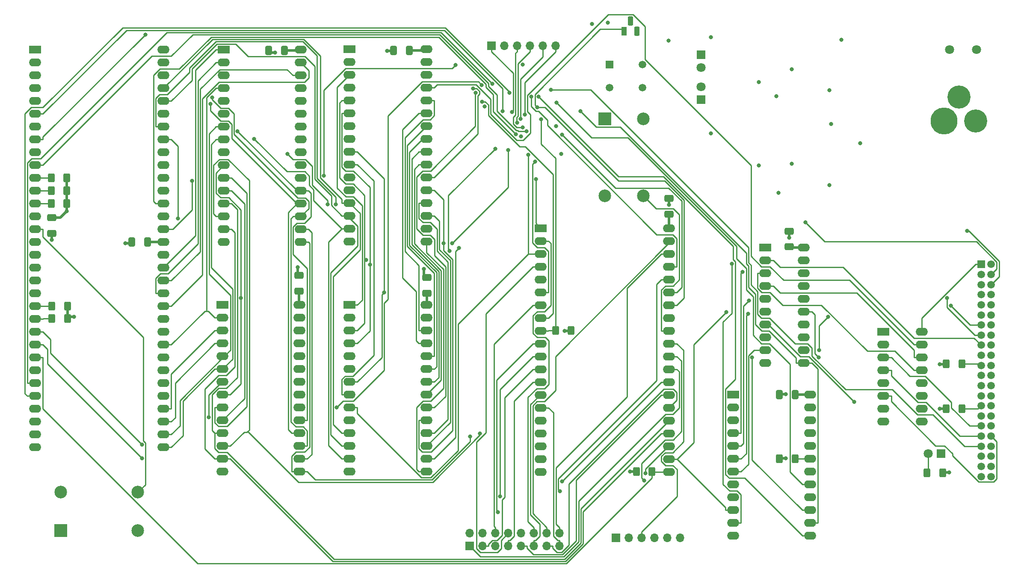
<source format=gbl>
%TF.GenerationSoftware,KiCad,Pcbnew,6.0.1+dfsg-1~bpo11+1*%
%TF.CreationDate,2022-02-25T05:17:48-06:00*%
%TF.ProjectId,raven68k-rev1,72617665-6e36-4386-9b2d-726576312e6b,rev?*%
%TF.SameCoordinates,Original*%
%TF.FileFunction,Copper,L4,Bot*%
%TF.FilePolarity,Positive*%
%FSLAX46Y46*%
G04 Gerber Fmt 4.6, Leading zero omitted, Abs format (unit mm)*
G04 Created by KiCad (PCBNEW 6.0.1+dfsg-1~bpo11+1) date 2022-02-25 05:17:48*
%MOMM*%
%LPD*%
G01*
G04 APERTURE LIST*
G04 Aperture macros list*
%AMRoundRect*
0 Rectangle with rounded corners*
0 $1 Rounding radius*
0 $2 $3 $4 $5 $6 $7 $8 $9 X,Y pos of 4 corners*
0 Add a 4 corners polygon primitive as box body*
4,1,4,$2,$3,$4,$5,$6,$7,$8,$9,$2,$3,0*
0 Add four circle primitives for the rounded corners*
1,1,$1+$1,$2,$3*
1,1,$1+$1,$4,$5*
1,1,$1+$1,$6,$7*
1,1,$1+$1,$8,$9*
0 Add four rect primitives between the rounded corners*
20,1,$1+$1,$2,$3,$4,$5,0*
20,1,$1+$1,$4,$5,$6,$7,0*
20,1,$1+$1,$6,$7,$8,$9,0*
20,1,$1+$1,$8,$9,$2,$3,0*%
G04 Aperture macros list end*
%TA.AperFunction,ComponentPad*%
%ADD10R,1.700000X1.700000*%
%TD*%
%TA.AperFunction,ComponentPad*%
%ADD11O,1.700000X1.700000*%
%TD*%
%TA.AperFunction,ComponentPad*%
%ADD12R,2.400000X1.600000*%
%TD*%
%TA.AperFunction,ComponentPad*%
%ADD13O,2.400000X1.600000*%
%TD*%
%TA.AperFunction,ComponentPad*%
%ADD14R,2.500000X2.500000*%
%TD*%
%TA.AperFunction,ComponentPad*%
%ADD15C,2.500000*%
%TD*%
%TA.AperFunction,ComponentPad*%
%ADD16R,1.500000X1.500000*%
%TD*%
%TA.AperFunction,ComponentPad*%
%ADD17C,1.500000*%
%TD*%
%TA.AperFunction,ComponentPad*%
%ADD18R,1.800000X1.800000*%
%TD*%
%TA.AperFunction,ComponentPad*%
%ADD19C,1.800000*%
%TD*%
%TA.AperFunction,ComponentPad*%
%ADD20C,5.340000*%
%TD*%
%TA.AperFunction,ComponentPad*%
%ADD21C,4.575000*%
%TD*%
%TA.AperFunction,ComponentPad*%
%ADD22R,1.100000X1.800000*%
%TD*%
%TA.AperFunction,ComponentPad*%
%ADD23RoundRect,0.275000X-0.275000X-0.625000X0.275000X-0.625000X0.275000X0.625000X-0.275000X0.625000X0*%
%TD*%
%TA.AperFunction,SMDPad,CuDef*%
%ADD24RoundRect,0.250000X0.650000X-0.412500X0.650000X0.412500X-0.650000X0.412500X-0.650000X-0.412500X0*%
%TD*%
%TA.AperFunction,SMDPad,CuDef*%
%ADD25RoundRect,0.250000X-0.412500X-0.650000X0.412500X-0.650000X0.412500X0.650000X-0.412500X0.650000X0*%
%TD*%
%TA.AperFunction,SMDPad,CuDef*%
%ADD26RoundRect,0.250000X0.412500X0.650000X-0.412500X0.650000X-0.412500X-0.650000X0.412500X-0.650000X0*%
%TD*%
%TA.AperFunction,SMDPad,CuDef*%
%ADD27RoundRect,0.250000X0.400000X0.625000X-0.400000X0.625000X-0.400000X-0.625000X0.400000X-0.625000X0*%
%TD*%
%TA.AperFunction,SMDPad,CuDef*%
%ADD28RoundRect,0.250000X-0.400000X-0.625000X0.400000X-0.625000X0.400000X0.625000X-0.400000X0.625000X0*%
%TD*%
%TA.AperFunction,ViaPad*%
%ADD29C,0.800000*%
%TD*%
%TA.AperFunction,Conductor*%
%ADD30C,0.500000*%
%TD*%
%TA.AperFunction,Conductor*%
%ADD31C,0.250000*%
%TD*%
G04 APERTURE END LIST*
D10*
%TO.P,J1,1,Pin_1*%
%TO.N,+3V3*%
X136271000Y-45148500D03*
D11*
%TO.P,J1,2,Pin_2*%
%TO.N,GND*%
X138811000Y-45148500D03*
%TO.P,J1,3,Pin_3*%
%TO.N,Net-(J1-Pad3)*%
X141351000Y-45148500D03*
%TO.P,J1,4,Pin_4*%
%TO.N,Net-(J1-Pad4)*%
X143891000Y-45148500D03*
%TO.P,J1,5,Pin_5*%
%TO.N,Net-(J1-Pad5)*%
X146431000Y-45148500D03*
%TO.P,J1,6,Pin_6*%
%TO.N,Net-(J1-Pad6)*%
X148971000Y-45148500D03*
%TD*%
D12*
%TO.P,U4,1,RS1*%
%TO.N,A1*%
X146050000Y-81285000D03*
D13*
%TO.P,U4,2,IP3*%
%TO.N,IP3*%
X146050000Y-83825000D03*
%TO.P,U4,3,RS2*%
%TO.N,A2*%
X146050000Y-86365000D03*
%TO.P,U4,4,IP1*%
%TO.N,IP1*%
X146050000Y-88905000D03*
%TO.P,U4,5,RS3*%
%TO.N,A3*%
X146050000Y-91445000D03*
%TO.P,U4,6,RS4*%
%TO.N,A4*%
X146050000Y-93985000D03*
%TO.P,U4,7,IP0*%
%TO.N,IP0*%
X146050000Y-96525000D03*
%TO.P,U4,8,R/W*%
%TO.N,R~{W}*%
X146050000Y-99065000D03*
%TO.P,U4,9,DTACK*%
%TO.N,~{DUART_DTACK}*%
X146050000Y-101605000D03*
%TO.P,U4,10,RXDB*%
%TO.N,RxDB*%
X146050000Y-104145000D03*
%TO.P,U4,11,TXDB*%
%TO.N,TxDB*%
X146050000Y-106685000D03*
%TO.P,U4,12,OP1*%
%TO.N,OP1*%
X146050000Y-109225000D03*
%TO.P,U4,13,OP3*%
%TO.N,OP3*%
X146050000Y-111765000D03*
%TO.P,U4,14,OP5*%
%TO.N,OP5*%
X146050000Y-114305000D03*
%TO.P,U4,15,OP7*%
%TO.N,OP7*%
X146050000Y-116845000D03*
%TO.P,U4,16,D1*%
%TO.N,D1*%
X146050000Y-119385000D03*
%TO.P,U4,17,D3*%
%TO.N,D3*%
X146050000Y-121925000D03*
%TO.P,U4,18,D5*%
%TO.N,D5*%
X146050000Y-124465000D03*
%TO.P,U4,19,D7*%
%TO.N,D7*%
X146050000Y-127005000D03*
%TO.P,U4,20,GND*%
%TO.N,GND*%
X146050000Y-129545000D03*
%TO.P,U4,21,IRQ*%
%TO.N,~{IPL0}*%
X171450000Y-129545000D03*
%TO.P,U4,22,D6*%
%TO.N,D6*%
X171450000Y-127005000D03*
%TO.P,U4,23,D4*%
%TO.N,D4*%
X171450000Y-124465000D03*
%TO.P,U4,24,D2*%
%TO.N,D2*%
X171450000Y-121925000D03*
%TO.P,U4,25,D0*%
%TO.N,D0*%
X171450000Y-119385000D03*
%TO.P,U4,26,OP6*%
%TO.N,OP6*%
X171450000Y-116845000D03*
%TO.P,U4,27,OP4*%
%TO.N,OP4*%
X171450000Y-114305000D03*
%TO.P,U4,28,OP2*%
%TO.N,OP2*%
X171450000Y-111765000D03*
%TO.P,U4,29,OP0*%
%TO.N,OP0*%
X171450000Y-109225000D03*
%TO.P,U4,30,TXDA*%
%TO.N,RxDA*%
X171450000Y-106685000D03*
%TO.P,U4,31,RXDA*%
%TO.N,TxDA*%
X171450000Y-104145000D03*
%TO.P,U4,32,X1/CLK*%
%TO.N,Net-(U4-Pad32)*%
X171450000Y-101605000D03*
%TO.P,U4,33,X2*%
%TO.N,unconnected-(U4-Pad33)*%
X171450000Y-99065000D03*
%TO.P,U4,34,RESET*%
%TO.N,~{RESET}*%
X171450000Y-96525000D03*
%TO.P,U4,35,CS*%
%TO.N,~{DUART_CS}*%
X171450000Y-93985000D03*
%TO.P,U4,36,IP2*%
%TO.N,IP2*%
X171450000Y-91445000D03*
%TO.P,U4,37,IACK*%
%TO.N,~{DUART_IACK}*%
X171450000Y-88905000D03*
%TO.P,U4,38,IP5*%
%TO.N,IP5*%
X171450000Y-86365000D03*
%TO.P,U4,39,IP4*%
%TO.N,IP4*%
X171450000Y-83825000D03*
%TO.P,U4,40,VCC*%
%TO.N,+5V*%
X171450000Y-81285000D03*
%TD*%
D12*
%TO.P,U2,1,D4*%
%TO.N,D4*%
X45974000Y-45969000D03*
D13*
%TO.P,U2,2,D3*%
%TO.N,D3*%
X45974000Y-48509000D03*
%TO.P,U2,3,D2*%
%TO.N,D2*%
X45974000Y-51049000D03*
%TO.P,U2,4,D1*%
%TO.N,D1*%
X45974000Y-53589000D03*
%TO.P,U2,5,D0*%
%TO.N,D0*%
X45974000Y-56129000D03*
%TO.P,U2,6,AS*%
%TO.N,~{AS}*%
X45974000Y-58669000D03*
%TO.P,U2,7,UDS*%
%TO.N,~{UDS}*%
X45974000Y-61209000D03*
%TO.P,U2,8,LDS*%
%TO.N,~{LDS}*%
X45974000Y-63749000D03*
%TO.P,U2,9,R/W*%
%TO.N,R~{W}*%
X45974000Y-66289000D03*
%TO.P,U2,10,DTACK*%
%TO.N,~{CPU_DTACK}*%
X45974000Y-68829000D03*
%TO.P,U2,11,BG*%
%TO.N,Net-(R2-Pad2)*%
X45974000Y-71369000D03*
%TO.P,U2,12,BGACK*%
%TO.N,Net-(R1-Pad2)*%
X45974000Y-73909000D03*
%TO.P,U2,13,BR*%
%TO.N,Net-(R3-Pad2)*%
X45974000Y-76449000D03*
%TO.P,U2,14,VCC*%
%TO.N,+5V*%
X45974000Y-78989000D03*
%TO.P,U2,15,CLK*%
%TO.N,Net-(U2-Pad15)*%
X45974000Y-81529000D03*
%TO.P,U2,16,GND*%
%TO.N,GND*%
X45974000Y-84069000D03*
%TO.P,U2,17,HALT*%
%TO.N,~{RESET}*%
X45974000Y-86609000D03*
%TO.P,U2,18,RESET*%
X45974000Y-89149000D03*
%TO.P,U2,19,VMA*%
%TO.N,unconnected-(U2-Pad19)*%
X45974000Y-91689000D03*
%TO.P,U2,20,E*%
%TO.N,unconnected-(U2-Pad20)*%
X45974000Y-94229000D03*
%TO.P,U2,21,VPA*%
%TO.N,Net-(R4-Pad2)*%
X45974000Y-96769000D03*
%TO.P,U2,22,BERR*%
%TO.N,Net-(R5-Pad2)*%
X45974000Y-99309000D03*
%TO.P,U2,23,IPL2*%
%TO.N,~{IPL2}*%
X45974000Y-101849000D03*
%TO.P,U2,24,IPL1*%
%TO.N,~{IPL1}*%
X45974000Y-104389000D03*
%TO.P,U2,25,IPL0*%
%TO.N,~{IPL0}*%
X45974000Y-106929000D03*
%TO.P,U2,26,FC2*%
%TO.N,FC2*%
X45974000Y-109469000D03*
%TO.P,U2,27,FC1*%
%TO.N,FC1*%
X45974000Y-112009000D03*
%TO.P,U2,28,FC0*%
%TO.N,FC0*%
X45974000Y-114549000D03*
%TO.P,U2,29,A1*%
%TO.N,A1*%
X45974000Y-117089000D03*
%TO.P,U2,30,A2*%
%TO.N,A2*%
X45974000Y-119629000D03*
%TO.P,U2,31,A3*%
%TO.N,A3*%
X45974000Y-122169000D03*
%TO.P,U2,32,A4*%
%TO.N,A4*%
X45974000Y-124709000D03*
%TO.P,U2,33,A5*%
%TO.N,A5*%
X71374000Y-124709000D03*
%TO.P,U2,34,A6*%
%TO.N,A6*%
X71374000Y-122169000D03*
%TO.P,U2,35,A7*%
%TO.N,A7*%
X71374000Y-119629000D03*
%TO.P,U2,36,A8*%
%TO.N,A8*%
X71374000Y-117089000D03*
%TO.P,U2,37,A9*%
%TO.N,A9*%
X71374000Y-114549000D03*
%TO.P,U2,38,A10*%
%TO.N,A10*%
X71374000Y-112009000D03*
%TO.P,U2,39,A11*%
%TO.N,A11*%
X71374000Y-109469000D03*
%TO.P,U2,40,A12*%
%TO.N,A12*%
X71374000Y-106929000D03*
%TO.P,U2,41,A13*%
%TO.N,A13*%
X71374000Y-104389000D03*
%TO.P,U2,42,A14*%
%TO.N,A14*%
X71374000Y-101849000D03*
%TO.P,U2,43,A15*%
%TO.N,A15*%
X71374000Y-99309000D03*
%TO.P,U2,44,A16*%
%TO.N,A16*%
X71374000Y-96769000D03*
%TO.P,U2,45,A17*%
%TO.N,A17*%
X71374000Y-94229000D03*
%TO.P,U2,46,A18*%
%TO.N,A18*%
X71374000Y-91689000D03*
%TO.P,U2,47,A19*%
%TO.N,A19*%
X71374000Y-89149000D03*
%TO.P,U2,48,A20*%
%TO.N,A20*%
X71374000Y-86609000D03*
%TO.P,U2,49,VCC*%
%TO.N,+5V*%
X71374000Y-84069000D03*
%TO.P,U2,50,A21*%
%TO.N,A21*%
X71374000Y-81529000D03*
%TO.P,U2,51,A22*%
%TO.N,A22*%
X71374000Y-78989000D03*
%TO.P,U2,52,A23*%
%TO.N,A23*%
X71374000Y-76449000D03*
%TO.P,U2,53,GND*%
%TO.N,GND*%
X71374000Y-73909000D03*
%TO.P,U2,54,D15*%
%TO.N,D15*%
X71374000Y-71369000D03*
%TO.P,U2,55,D14*%
%TO.N,D14*%
X71374000Y-68829000D03*
%TO.P,U2,56,D13*%
%TO.N,D13*%
X71374000Y-66289000D03*
%TO.P,U2,57,D12*%
%TO.N,D12*%
X71374000Y-63749000D03*
%TO.P,U2,58,D11*%
%TO.N,D11*%
X71374000Y-61209000D03*
%TO.P,U2,59,D10*%
%TO.N,D10*%
X71374000Y-58669000D03*
%TO.P,U2,60,D9*%
%TO.N,D9*%
X71374000Y-56129000D03*
%TO.P,U2,61,D8*%
%TO.N,D8*%
X71374000Y-53589000D03*
%TO.P,U2,62,D7*%
%TO.N,D7*%
X71374000Y-51049000D03*
%TO.P,U2,63,D6*%
%TO.N,D6*%
X71374000Y-48509000D03*
%TO.P,U2,64,D5*%
%TO.N,D5*%
X71374000Y-45969000D03*
%TD*%
D12*
%TO.P,U5,1,OE*%
%TO.N,GND*%
X190510000Y-85095000D03*
D13*
%TO.P,U5,2,O0*%
%TO.N,D0*%
X190510000Y-87635000D03*
%TO.P,U5,3,D0*%
%TO.N,A1*%
X190510000Y-90175000D03*
%TO.P,U5,4,D1*%
%TO.N,A2*%
X190510000Y-92715000D03*
%TO.P,U5,5,O1*%
%TO.N,D1*%
X190510000Y-95255000D03*
%TO.P,U5,6,O2*%
%TO.N,D2*%
X190510000Y-97795000D03*
%TO.P,U5,7,D2*%
%TO.N,A3*%
X190510000Y-100335000D03*
%TO.P,U5,8,D3*%
%TO.N,A4*%
X190510000Y-102875000D03*
%TO.P,U5,9,O3*%
%TO.N,D3*%
X190510000Y-105415000D03*
%TO.P,U5,10,GND*%
%TO.N,GND*%
X190510000Y-107955000D03*
%TO.P,U5,11,LE*%
%TO.N,NOT_AS*%
X198130000Y-107955000D03*
%TO.P,U5,12,O4*%
%TO.N,D4*%
X198130000Y-105415000D03*
%TO.P,U5,13,D4*%
%TO.N,A5*%
X198130000Y-102875000D03*
%TO.P,U5,14,D5*%
%TO.N,A6*%
X198130000Y-100335000D03*
%TO.P,U5,15,O5*%
%TO.N,D5*%
X198130000Y-97795000D03*
%TO.P,U5,16,O6*%
%TO.N,D6*%
X198130000Y-95255000D03*
%TO.P,U5,17,D6*%
%TO.N,A7*%
X198130000Y-92715000D03*
%TO.P,U5,18,D7*%
%TO.N,A8*%
X198130000Y-90175000D03*
%TO.P,U5,19,O7*%
%TO.N,D7*%
X198130000Y-87635000D03*
%TO.P,U5,20,VCC*%
%TO.N,+5V*%
X198130000Y-85095000D03*
%TD*%
D10*
%TO.P,U6,1,+5V*%
%TO.N,unconnected-(U6-Pad1)*%
X160909000Y-142621000D03*
D11*
%TO.P,U6,2,GND*%
%TO.N,GND*%
X163449000Y-142621000D03*
%TO.P,U6,3,TxD*%
%TO.N,TxDA*%
X165989000Y-142621000D03*
%TO.P,U6,4,RxD*%
%TO.N,RxDA*%
X168529000Y-142621000D03*
%TO.P,U6,5,DTR*%
%TO.N,unconnected-(U6-Pad5)*%
X171069000Y-142621000D03*
%TO.P,U6,6,3V3*%
%TO.N,unconnected-(U6-Pad6)*%
X173609000Y-142621000D03*
%TD*%
D14*
%TO.P,X2,1,EN*%
%TO.N,unconnected-(X2-Pad1)*%
X158750000Y-59690000D03*
D15*
%TO.P,X2,7,GND*%
%TO.N,GND*%
X158750000Y-74930000D03*
%TO.P,X2,8,OUT*%
%TO.N,Net-(U4-Pad32)*%
X166370000Y-74930000D03*
%TO.P,X2,14,Vcc*%
%TO.N,+5V*%
X166370000Y-59690000D03*
%TD*%
D12*
%TO.P,U10,1,A14*%
%TO.N,A15*%
X108199000Y-96505000D03*
D13*
%TO.P,U10,2,A12*%
%TO.N,A13*%
X108199000Y-99045000D03*
%TO.P,U10,3,A7*%
%TO.N,A8*%
X108199000Y-101585000D03*
%TO.P,U10,4,A6*%
%TO.N,A7*%
X108199000Y-104125000D03*
%TO.P,U10,5,A5*%
%TO.N,A6*%
X108199000Y-106665000D03*
%TO.P,U10,6,A4*%
%TO.N,A5*%
X108199000Y-109205000D03*
%TO.P,U10,7,A3*%
%TO.N,A4*%
X108199000Y-111745000D03*
%TO.P,U10,8,A2*%
%TO.N,A3*%
X108199000Y-114285000D03*
%TO.P,U10,9,A1*%
%TO.N,A2*%
X108199000Y-116825000D03*
%TO.P,U10,10,A0*%
%TO.N,A1*%
X108199000Y-119365000D03*
%TO.P,U10,11,D0*%
%TO.N,D8*%
X108199000Y-121905000D03*
%TO.P,U10,12,D1*%
%TO.N,D9*%
X108199000Y-124445000D03*
%TO.P,U10,13,D2*%
%TO.N,D10*%
X108199000Y-126985000D03*
%TO.P,U10,14,GND*%
%TO.N,GND*%
X108199000Y-129525000D03*
%TO.P,U10,15,D3*%
%TO.N,D11*%
X123439000Y-129525000D03*
%TO.P,U10,16,D4*%
%TO.N,D12*%
X123439000Y-126985000D03*
%TO.P,U10,17,D5*%
%TO.N,D13*%
X123439000Y-124445000D03*
%TO.P,U10,18,D6*%
%TO.N,D14*%
X123439000Y-121905000D03*
%TO.P,U10,19,D7*%
%TO.N,D15*%
X123439000Y-119365000D03*
%TO.P,U10,20,~{CS}*%
%TO.N,~{ROM_UCE}*%
X123439000Y-116825000D03*
%TO.P,U10,21,A10*%
%TO.N,A11*%
X123439000Y-114285000D03*
%TO.P,U10,22,~{OE}*%
%TO.N,~{OE}*%
X123439000Y-111745000D03*
%TO.P,U10,23,A11*%
%TO.N,A12*%
X123439000Y-109205000D03*
%TO.P,U10,24,A9*%
%TO.N,A10*%
X123439000Y-106665000D03*
%TO.P,U10,25,A8*%
%TO.N,A9*%
X123439000Y-104125000D03*
%TO.P,U10,26,A13*%
%TO.N,A14*%
X123439000Y-101585000D03*
%TO.P,U10,27,~{WE}*%
%TO.N,+5V*%
X123439000Y-99045000D03*
%TO.P,U10,28,VCC*%
X123439000Y-96505000D03*
%TD*%
D12*
%TO.P,U11,1,A14*%
%TO.N,A15*%
X83053000Y-96505000D03*
D13*
%TO.P,U11,2,A12*%
%TO.N,A13*%
X83053000Y-99045000D03*
%TO.P,U11,3,A7*%
%TO.N,A8*%
X83053000Y-101585000D03*
%TO.P,U11,4,A6*%
%TO.N,A7*%
X83053000Y-104125000D03*
%TO.P,U11,5,A5*%
%TO.N,A6*%
X83053000Y-106665000D03*
%TO.P,U11,6,A4*%
%TO.N,A5*%
X83053000Y-109205000D03*
%TO.P,U11,7,A3*%
%TO.N,A4*%
X83053000Y-111745000D03*
%TO.P,U11,8,A2*%
%TO.N,A3*%
X83053000Y-114285000D03*
%TO.P,U11,9,A1*%
%TO.N,A2*%
X83053000Y-116825000D03*
%TO.P,U11,10,A0*%
%TO.N,A1*%
X83053000Y-119365000D03*
%TO.P,U11,11,D0*%
%TO.N,D0*%
X83053000Y-121905000D03*
%TO.P,U11,12,D1*%
%TO.N,D1*%
X83053000Y-124445000D03*
%TO.P,U11,13,D2*%
%TO.N,D2*%
X83053000Y-126985000D03*
%TO.P,U11,14,GND*%
%TO.N,GND*%
X83053000Y-129525000D03*
%TO.P,U11,15,D3*%
%TO.N,D3*%
X98293000Y-129525000D03*
%TO.P,U11,16,D4*%
%TO.N,D4*%
X98293000Y-126985000D03*
%TO.P,U11,17,D5*%
%TO.N,D5*%
X98293000Y-124445000D03*
%TO.P,U11,18,D6*%
%TO.N,D6*%
X98293000Y-121905000D03*
%TO.P,U11,19,D7*%
%TO.N,D7*%
X98293000Y-119365000D03*
%TO.P,U11,20,~{CS}*%
%TO.N,~{ROM_LCE}*%
X98293000Y-116825000D03*
%TO.P,U11,21,A10*%
%TO.N,A11*%
X98293000Y-114285000D03*
%TO.P,U11,22,~{OE}*%
%TO.N,~{OE}*%
X98293000Y-111745000D03*
%TO.P,U11,23,A11*%
%TO.N,A12*%
X98293000Y-109205000D03*
%TO.P,U11,24,A9*%
%TO.N,A10*%
X98293000Y-106665000D03*
%TO.P,U11,25,A8*%
%TO.N,A9*%
X98293000Y-104125000D03*
%TO.P,U11,26,A13*%
%TO.N,A14*%
X98293000Y-101585000D03*
%TO.P,U11,27,~{WE}*%
%TO.N,+5V*%
X98293000Y-99045000D03*
%TO.P,U11,28,VCC*%
X98293000Y-96505000D03*
%TD*%
D12*
%TO.P,U9,1,A18*%
%TO.N,A19*%
X108199000Y-45847000D03*
D13*
%TO.P,U9,2,A16*%
%TO.N,A17*%
X108199000Y-48387000D03*
%TO.P,U9,3,A14*%
%TO.N,A15*%
X108199000Y-50927000D03*
%TO.P,U9,4,A12*%
%TO.N,A13*%
X108199000Y-53467000D03*
%TO.P,U9,5,A7*%
%TO.N,A8*%
X108199000Y-56007000D03*
%TO.P,U9,6,A6*%
%TO.N,A7*%
X108199000Y-58547000D03*
%TO.P,U9,7,A5*%
%TO.N,A6*%
X108199000Y-61087000D03*
%TO.P,U9,8,A4*%
%TO.N,A5*%
X108199000Y-63627000D03*
%TO.P,U9,9,A3*%
%TO.N,A4*%
X108199000Y-66167000D03*
%TO.P,U9,10,A2*%
%TO.N,A3*%
X108199000Y-68707000D03*
%TO.P,U9,11,A1*%
%TO.N,A2*%
X108199000Y-71247000D03*
%TO.P,U9,12,A0*%
%TO.N,A1*%
X108199000Y-73787000D03*
%TO.P,U9,13,D0*%
%TO.N,D8*%
X108199000Y-76327000D03*
%TO.P,U9,14,D1*%
%TO.N,D9*%
X108199000Y-78867000D03*
%TO.P,U9,15,D2*%
%TO.N,D10*%
X108199000Y-81407000D03*
%TO.P,U9,16,VSS*%
%TO.N,GND*%
X108199000Y-83947000D03*
%TO.P,U9,17,D3*%
%TO.N,D11*%
X123439000Y-83947000D03*
%TO.P,U9,18,D4*%
%TO.N,D12*%
X123439000Y-81407000D03*
%TO.P,U9,19,D5*%
%TO.N,D13*%
X123439000Y-78867000D03*
%TO.P,U9,20,D6*%
%TO.N,D14*%
X123439000Y-76327000D03*
%TO.P,U9,21,D7*%
%TO.N,D15*%
X123439000Y-73787000D03*
%TO.P,U9,22,/CE*%
%TO.N,~{RAM_UCE}*%
X123439000Y-71247000D03*
%TO.P,U9,23,A10*%
%TO.N,A11*%
X123439000Y-68707000D03*
%TO.P,U9,24,/OE*%
%TO.N,~{OE}*%
X123439000Y-66167000D03*
%TO.P,U9,25,A11*%
%TO.N,A12*%
X123439000Y-63627000D03*
%TO.P,U9,26,A9*%
%TO.N,A10*%
X123439000Y-61087000D03*
%TO.P,U9,27,A8*%
%TO.N,A9*%
X123439000Y-58547000D03*
%TO.P,U9,28,A13*%
%TO.N,A14*%
X123439000Y-56007000D03*
%TO.P,U9,29,/WE*%
%TO.N,~{WE}*%
X123439000Y-53467000D03*
%TO.P,U9,30,A17*%
%TO.N,A18*%
X123439000Y-50927000D03*
%TO.P,U9,31,A15*%
%TO.N,A16*%
X123439000Y-48387000D03*
%TO.P,U9,32,VCC*%
%TO.N,+5V*%
X123439000Y-45847000D03*
%TD*%
D12*
%TO.P,U8,1,A18*%
%TO.N,A19*%
X83307000Y-45974000D03*
D13*
%TO.P,U8,2,A16*%
%TO.N,A17*%
X83307000Y-48514000D03*
%TO.P,U8,3,A14*%
%TO.N,A15*%
X83307000Y-51054000D03*
%TO.P,U8,4,A12*%
%TO.N,A13*%
X83307000Y-53594000D03*
%TO.P,U8,5,A7*%
%TO.N,A8*%
X83307000Y-56134000D03*
%TO.P,U8,6,A6*%
%TO.N,A7*%
X83307000Y-58674000D03*
%TO.P,U8,7,A5*%
%TO.N,A6*%
X83307000Y-61214000D03*
%TO.P,U8,8,A4*%
%TO.N,A5*%
X83307000Y-63754000D03*
%TO.P,U8,9,A3*%
%TO.N,A4*%
X83307000Y-66294000D03*
%TO.P,U8,10,A2*%
%TO.N,A3*%
X83307000Y-68834000D03*
%TO.P,U8,11,A1*%
%TO.N,A2*%
X83307000Y-71374000D03*
%TO.P,U8,12,A0*%
%TO.N,A1*%
X83307000Y-73914000D03*
%TO.P,U8,13,D0*%
%TO.N,D0*%
X83307000Y-76454000D03*
%TO.P,U8,14,D1*%
%TO.N,D1*%
X83307000Y-78994000D03*
%TO.P,U8,15,D2*%
%TO.N,D2*%
X83307000Y-81534000D03*
%TO.P,U8,16,VSS*%
%TO.N,GND*%
X83307000Y-84074000D03*
%TO.P,U8,17,D3*%
%TO.N,D3*%
X98547000Y-84074000D03*
%TO.P,U8,18,D4*%
%TO.N,D4*%
X98547000Y-81534000D03*
%TO.P,U8,19,D5*%
%TO.N,D5*%
X98547000Y-78994000D03*
%TO.P,U8,20,D6*%
%TO.N,D6*%
X98547000Y-76454000D03*
%TO.P,U8,21,D7*%
%TO.N,D7*%
X98547000Y-73914000D03*
%TO.P,U8,22,/CE*%
%TO.N,~{RAM_LCE}*%
X98547000Y-71374000D03*
%TO.P,U8,23,A10*%
%TO.N,A11*%
X98547000Y-68834000D03*
%TO.P,U8,24,/OE*%
%TO.N,~{OE}*%
X98547000Y-66294000D03*
%TO.P,U8,25,A11*%
%TO.N,A12*%
X98547000Y-63754000D03*
%TO.P,U8,26,A9*%
%TO.N,A10*%
X98547000Y-61214000D03*
%TO.P,U8,27,A8*%
%TO.N,A9*%
X98547000Y-58674000D03*
%TO.P,U8,28,A13*%
%TO.N,A14*%
X98547000Y-56134000D03*
%TO.P,U8,29,/WE*%
%TO.N,~{WE}*%
X98547000Y-53594000D03*
%TO.P,U8,30,A17*%
%TO.N,A18*%
X98547000Y-51054000D03*
%TO.P,U8,31,A15*%
%TO.N,A16*%
X98547000Y-48514000D03*
%TO.P,U8,32,VCC*%
%TO.N,+5V*%
X98547000Y-45974000D03*
%TD*%
D12*
%TO.P,U7,1,MOT*%
%TO.N,+5V*%
X184145000Y-114295000D03*
D13*
%TO.P,U7,2*%
%TO.N,N/C*%
X184145000Y-116835000D03*
%TO.P,U7,3*%
X184145000Y-119375000D03*
%TO.P,U7,4,AD0*%
%TO.N,D0*%
X184145000Y-121915000D03*
%TO.P,U7,5,AD1*%
%TO.N,D1*%
X184145000Y-124455000D03*
%TO.P,U7,6,AD2*%
%TO.N,D2*%
X184145000Y-126995000D03*
%TO.P,U7,7,AD3*%
%TO.N,D3*%
X184145000Y-129535000D03*
%TO.P,U7,8,AD4*%
%TO.N,D4*%
X184145000Y-132075000D03*
%TO.P,U7,9,AD5*%
%TO.N,D5*%
X184145000Y-134615000D03*
%TO.P,U7,10,AD6*%
%TO.N,D6*%
X184145000Y-137155000D03*
%TO.P,U7,11,AD7*%
%TO.N,D7*%
X184145000Y-139695000D03*
%TO.P,U7,12,GND*%
%TO.N,GND*%
X184145000Y-142235000D03*
%TO.P,U7,13,~{CS}*%
%TO.N,~{RTC_CS}*%
X199385000Y-142235000D03*
%TO.P,U7,14,AS*%
%TO.N,NOT_AS*%
X199385000Y-139695000D03*
%TO.P,U7,15,R/~{W}*%
%TO.N,R~{W}*%
X199385000Y-137155000D03*
%TO.P,U7,16*%
%TO.N,N/C*%
X199385000Y-134615000D03*
%TO.P,U7,17,DS*%
%TO.N,NOT_LDS*%
X199385000Y-132075000D03*
%TO.P,U7,18,~{RESET}*%
%TO.N,+5V*%
X199385000Y-129535000D03*
%TO.P,U7,19,~{IRQ}*%
%TO.N,~{IPL1}*%
X199385000Y-126995000D03*
%TO.P,U7,20*%
%TO.N,N/C*%
X199385000Y-124455000D03*
%TO.P,U7,21*%
X199385000Y-121915000D03*
%TO.P,U7,22*%
X199385000Y-119375000D03*
%TO.P,U7,23,SQW*%
%TO.N,~{IPL2}*%
X199385000Y-116835000D03*
%TO.P,U7,24,Vcc*%
%TO.N,+5V*%
X199385000Y-114295000D03*
%TD*%
D14*
%TO.P,X1,1,EN*%
%TO.N,unconnected-(X1-Pad1)*%
X51054000Y-141224000D03*
D15*
%TO.P,X1,7,GND*%
%TO.N,GND*%
X66294000Y-141224000D03*
%TO.P,X1,8,OUT*%
%TO.N,Net-(U2-Pad15)*%
X66294000Y-133604000D03*
%TO.P,X1,14,Vcc*%
%TO.N,+5V*%
X51054000Y-133604000D03*
%TD*%
D10*
%TO.P,J2,1,Pin_1*%
%TO.N,OP0*%
X131953000Y-144272000D03*
D11*
%TO.P,J2,2,Pin_2*%
%TO.N,TxDB*%
X131953000Y-141732000D03*
%TO.P,J2,3,Pin_3*%
%TO.N,OP1*%
X134493000Y-144272000D03*
%TO.P,J2,4,Pin_4*%
%TO.N,RxDB*%
X134493000Y-141732000D03*
%TO.P,J2,5,Pin_5*%
%TO.N,OP2*%
X137033000Y-144272000D03*
%TO.P,J2,6,Pin_6*%
%TO.N,IP0*%
X137033000Y-141732000D03*
%TO.P,J2,7,Pin_7*%
%TO.N,OP3*%
X139573000Y-144272000D03*
%TO.P,J2,8,Pin_8*%
%TO.N,IP1*%
X139573000Y-141732000D03*
%TO.P,J2,9,Pin_9*%
%TO.N,OP4*%
X142113000Y-144272000D03*
%TO.P,J2,10,Pin_10*%
%TO.N,IP2*%
X142113000Y-141732000D03*
%TO.P,J2,11,Pin_11*%
%TO.N,OP5*%
X144653000Y-144272000D03*
%TO.P,J2,12,Pin_12*%
%TO.N,IP3*%
X144653000Y-141732000D03*
%TO.P,J2,13,Pin_13*%
%TO.N,OP6*%
X147193000Y-144272000D03*
%TO.P,J2,14,Pin_14*%
%TO.N,IP4*%
X147193000Y-141732000D03*
%TO.P,J2,15,Pin_15*%
%TO.N,OP7*%
X149733000Y-144272000D03*
%TO.P,J2,16,Pin_16*%
%TO.N,IP5*%
X149733000Y-141732000D03*
%TD*%
D16*
%TO.P,H1,1,1*%
%TO.N,Net-(H1-Pad1)*%
X233188000Y-88474000D03*
D17*
%TO.P,H1,2,2*%
%TO.N,GND*%
X235188000Y-88474000D03*
%TO.P,H1,3,3*%
%TO.N,D7*%
X233188000Y-90474000D03*
%TO.P,H1,4,4*%
%TO.N,D8*%
X235188000Y-90474000D03*
%TO.P,H1,5,5*%
%TO.N,D6*%
X233188000Y-92474000D03*
%TO.P,H1,6,6*%
%TO.N,D9*%
X235188000Y-92474000D03*
%TO.P,H1,7,7*%
%TO.N,D5*%
X233188000Y-94474000D03*
%TO.P,H1,8,8*%
%TO.N,D10*%
X235188000Y-94474000D03*
%TO.P,H1,9,9*%
%TO.N,D4*%
X233188000Y-96474000D03*
%TO.P,H1,10,10*%
%TO.N,D11*%
X235188000Y-96474000D03*
%TO.P,H1,11,11*%
%TO.N,D3*%
X233188000Y-98474000D03*
%TO.P,H1,12,12*%
%TO.N,D12*%
X235188000Y-98474000D03*
%TO.P,H1,13,13*%
%TO.N,D2*%
X233188000Y-100474000D03*
%TO.P,H1,14,14*%
%TO.N,D13*%
X235188000Y-100474000D03*
%TO.P,H1,15,15*%
%TO.N,D1*%
X233188000Y-102474000D03*
%TO.P,H1,16,16*%
%TO.N,D14*%
X235188000Y-102474000D03*
%TO.P,H1,17,17*%
%TO.N,D0*%
X233188000Y-104474000D03*
%TO.P,H1,18,18*%
%TO.N,D15*%
X235188000Y-104474000D03*
%TO.P,H1,19,19*%
%TO.N,GND*%
X233188000Y-106474000D03*
%TO.P,H1,20,20*%
%TO.N,unconnected-(H1-Pad20)*%
X235188000Y-106474000D03*
%TO.P,H1,21,21*%
%TO.N,Net-(H1-Pad21)*%
X233188000Y-108474000D03*
%TO.P,H1,22,22*%
%TO.N,GND*%
X235188000Y-108474000D03*
%TO.P,H1,23,23*%
%TO.N,Net-(H1-Pad23)*%
X233188000Y-110474000D03*
%TO.P,H1,24,24*%
%TO.N,GND*%
X235188000Y-110474000D03*
%TO.P,H1,25,25*%
%TO.N,Net-(H1-Pad25)*%
X233188000Y-112474000D03*
%TO.P,H1,26,26*%
%TO.N,GND*%
X235188000Y-112474000D03*
%TO.P,H1,27,27*%
%TO.N,unconnected-(H1-Pad27)*%
X233188000Y-114474000D03*
%TO.P,H1,28,28*%
%TO.N,GND*%
X235188000Y-114474000D03*
%TO.P,H1,29,29*%
%TO.N,Net-(H1-Pad29)*%
X233188000Y-116474000D03*
%TO.P,H1,30,30*%
%TO.N,GND*%
X235188000Y-116474000D03*
%TO.P,H1,31,31*%
%TO.N,~{IPL1}*%
X233188000Y-118474000D03*
%TO.P,H1,32,32*%
%TO.N,unconnected-(H1-Pad32)*%
X235188000Y-118474000D03*
%TO.P,H1,33,33*%
%TO.N,Net-(H1-Pad33)*%
X233188000Y-120474000D03*
%TO.P,H1,34,34*%
%TO.N,unconnected-(H1-Pad34)*%
X235188000Y-120474000D03*
%TO.P,H1,35,35*%
%TO.N,Net-(H1-Pad35)*%
X233188000Y-122474000D03*
%TO.P,H1,36,36*%
%TO.N,Net-(H1-Pad36)*%
X235188000Y-122474000D03*
%TO.P,H1,37,37*%
%TO.N,~{IDE_CS1}*%
X233188000Y-124474000D03*
%TO.P,H1,38,38*%
%TO.N,~{IDE_CS2}*%
X235188000Y-124474000D03*
%TO.P,H1,39,39*%
%TO.N,~{IDE_LED}*%
X233188000Y-126474000D03*
%TO.P,H1,40,40*%
%TO.N,GND*%
X235188000Y-126474000D03*
%TO.P,H1,41,41*%
%TO.N,+5V*%
X233188000Y-128474000D03*
%TO.P,H1,42,42*%
X235188000Y-128474000D03*
%TO.P,H1,43,43*%
%TO.N,GND*%
X233188000Y-130474000D03*
%TO.P,H1,44,44*%
%TO.N,unconnected-(H1-Pad44)*%
X235188000Y-130474000D03*
%TD*%
D12*
%TO.P,RN1,1,R1.1*%
%TO.N,~{RESET}*%
X213878000Y-101844000D03*
D13*
%TO.P,RN1,2,R2.1*%
%TO.N,Net-(H1-Pad23)*%
X213878000Y-104384000D03*
%TO.P,RN1,3,R3.1*%
%TO.N,Net-(H1-Pad33)*%
X213878000Y-106924000D03*
%TO.P,RN1,4,R4.1*%
%TO.N,Net-(H1-Pad35)*%
X213878000Y-109464000D03*
%TO.P,RN1,5,R5.1*%
%TO.N,Net-(H1-Pad25)*%
X213878000Y-112004000D03*
%TO.P,RN1,6,R6.1*%
%TO.N,Net-(H1-Pad36)*%
X213878000Y-114544000D03*
%TO.P,RN1,7,R7.1*%
%TO.N,unconnected-(RN1-Pad7)*%
X213878000Y-117084000D03*
%TO.P,RN1,8,R8.1*%
%TO.N,unconnected-(RN1-Pad8)*%
X213878000Y-119624000D03*
%TO.P,RN1,9,R8.2*%
%TO.N,unconnected-(RN1-Pad9)*%
X221498000Y-119624000D03*
%TO.P,RN1,10,R7.2*%
%TO.N,unconnected-(RN1-Pad10)*%
X221498000Y-117084000D03*
%TO.P,RN1,11,R6.2*%
%TO.N,A3*%
X221498000Y-114544000D03*
%TO.P,RN1,12,R5.2*%
%TO.N,~{OE}*%
X221498000Y-112004000D03*
%TO.P,RN1,13,R4.2*%
%TO.N,A1*%
X221498000Y-109464000D03*
%TO.P,RN1,14,R3.2*%
%TO.N,A2*%
X221498000Y-106924000D03*
%TO.P,RN1,15,R2.2*%
%TO.N,~{WE}*%
X221498000Y-104384000D03*
%TO.P,RN1,16,R1.2*%
%TO.N,Net-(H1-Pad1)*%
X221498000Y-101844000D03*
%TD*%
D18*
%TO.P,D3,1,K*%
%TO.N,GND*%
X177800000Y-55880000D03*
D19*
%TO.P,D3,2,A*%
%TO.N,Net-(D3-Pad2)*%
X177800000Y-53340000D03*
%TD*%
D18*
%TO.P,D4,1,K*%
%TO.N,GND*%
X177800000Y-46990000D03*
D19*
%TO.P,D4,2,A*%
%TO.N,Net-(D4-Pad2)*%
X177800000Y-49530000D03*
%TD*%
D18*
%TO.P,D5,1,K*%
%TO.N,~{IDE_LED}*%
X225298000Y-125984000D03*
D19*
%TO.P,D5,2,A*%
%TO.N,Net-(D5-Pad2)*%
X222758000Y-125984000D03*
%TD*%
D20*
%TO.P,J3,1,1*%
%TO.N,VDD*%
X225859000Y-60095000D03*
D21*
%TO.P,J3,2,2*%
%TO.N,GND*%
X228859000Y-55295000D03*
%TO.P,J3,3,3*%
X232109000Y-60095000D03*
%TD*%
D19*
%TO.P,S2,1,ON*%
%TO.N,VDD*%
X232283000Y-45974000D03*
%TO.P,S2,6,OFF*%
%TO.N,Net-(C12-Pad2)*%
X226983000Y-45974000D03*
%TD*%
D22*
%TO.P,U1,1,~{RST}*%
%TO.N,~{RESET}*%
X162560000Y-42310000D03*
D23*
%TO.P,U1,2,VDD*%
%TO.N,+5V*%
X163830000Y-40240000D03*
%TO.P,U1,3,VSS*%
%TO.N,GND*%
X165100000Y-42310000D03*
%TD*%
D16*
%TO.P,SW1,1,NO_1*%
%TO.N,+5V*%
X159691000Y-48931000D03*
D17*
%TO.P,SW1,2,NO_2*%
X166191000Y-48931000D03*
%TO.P,SW1,3,COM_1*%
%TO.N,GND*%
X159691000Y-53431000D03*
%TO.P,SW1,4,COM_2*%
X166191000Y-53431000D03*
%TD*%
D24*
%TO.P,C1,1*%
%TO.N,GND*%
X49276000Y-82334500D03*
%TO.P,C1,2*%
%TO.N,+5V*%
X49276000Y-79209500D03*
%TD*%
D25*
%TO.P,C2,1*%
%TO.N,GND*%
X65112500Y-84074000D03*
%TO.P,C2,2*%
%TO.N,+5V*%
X68237500Y-84074000D03*
%TD*%
D24*
%TO.P,C5,1*%
%TO.N,+5V*%
X171450000Y-78524500D03*
%TO.P,C5,2*%
%TO.N,GND*%
X171450000Y-75399500D03*
%TD*%
%TO.P,C6,1*%
%TO.N,+5V*%
X195199000Y-85001500D03*
%TO.P,C6,2*%
%TO.N,GND*%
X195199000Y-81876500D03*
%TD*%
D26*
%TO.P,C7,1*%
%TO.N,+5V*%
X196380500Y-114300000D03*
%TO.P,C7,2*%
%TO.N,GND*%
X193255500Y-114300000D03*
%TD*%
%TO.P,C8,1*%
%TO.N,+5V*%
X95288500Y-46101000D03*
%TO.P,C8,2*%
%TO.N,GND*%
X92163500Y-46101000D03*
%TD*%
%TO.P,C9,2*%
%TO.N,GND*%
X116928500Y-46101000D03*
%TO.P,C9,1*%
%TO.N,+5V*%
X120053500Y-46101000D03*
%TD*%
D24*
%TO.P,C11,1*%
%TO.N,+5V*%
X123500000Y-94162500D03*
%TO.P,C11,2*%
%TO.N,GND*%
X123500000Y-91037500D03*
%TD*%
%TO.P,C10,1*%
%TO.N,+5V*%
X98200000Y-93762500D03*
%TO.P,C10,2*%
%TO.N,GND*%
X98200000Y-90637500D03*
%TD*%
D27*
%TO.P,R21,1*%
%TO.N,+5V*%
X225578000Y-129794000D03*
%TO.P,R21,2*%
%TO.N,Net-(D5-Pad2)*%
X222478000Y-129794000D03*
%TD*%
%TO.P,R4,1*%
%TO.N,+5V*%
X52350000Y-96774000D03*
%TO.P,R4,2*%
%TO.N,Net-(R4-Pad2)*%
X49250000Y-96774000D03*
%TD*%
%TO.P,R2,1*%
%TO.N,+5V*%
X52223000Y-71374000D03*
%TO.P,R2,2*%
%TO.N,Net-(R2-Pad2)*%
X49123000Y-71374000D03*
%TD*%
%TO.P,R1,1*%
%TO.N,+5V*%
X52223000Y-73914000D03*
%TO.P,R1,2*%
%TO.N,Net-(R1-Pad2)*%
X49123000Y-73914000D03*
%TD*%
D28*
%TO.P,R6,1*%
%TO.N,~{DUART_DTACK}*%
X148945000Y-101600000D03*
%TO.P,R6,2*%
%TO.N,+5V*%
X152045000Y-101600000D03*
%TD*%
D27*
%TO.P,R8,1*%
%TO.N,~{IPL1}*%
X196368000Y-127000000D03*
%TO.P,R8,2*%
%TO.N,+5V*%
X193268000Y-127000000D03*
%TD*%
%TO.P,R7,1*%
%TO.N,~{IPL0}*%
X168047000Y-129540000D03*
%TO.P,R7,2*%
%TO.N,+5V*%
X164947000Y-129540000D03*
%TD*%
D28*
%TO.P,R10,1*%
%TO.N,+5V*%
X226288000Y-117094000D03*
%TO.P,R10,2*%
%TO.N,Net-(H1-Pad29)*%
X229388000Y-117094000D03*
%TD*%
D27*
%TO.P,R3,1*%
%TO.N,+5V*%
X52223000Y-76454000D03*
%TO.P,R3,2*%
%TO.N,Net-(R3-Pad2)*%
X49123000Y-76454000D03*
%TD*%
%TO.P,R5,1*%
%TO.N,+5V*%
X52350000Y-99187000D03*
%TO.P,R5,2*%
%TO.N,Net-(R5-Pad2)*%
X49250000Y-99187000D03*
%TD*%
%TO.P,R9,1*%
%TO.N,Net-(H1-Pad21)*%
X229388000Y-108204000D03*
%TO.P,R9,2*%
%TO.N,+5V*%
X226288000Y-108204000D03*
%TD*%
D29*
%TO.N,D5*%
X201039300Y-106863100D03*
X81034600Y-55383200D03*
%TO.N,A4*%
X80295900Y-118736400D03*
X144909300Y-68114500D03*
X115051700Y-94007000D03*
%TO.N,D6*%
X80656600Y-56679000D03*
X182796000Y-97883400D03*
%TO.N,A3*%
X86679000Y-95155600D03*
X208101600Y-115679600D03*
%TO.N,D7*%
X183823800Y-88321800D03*
X86025700Y-62094200D03*
%TO.N,A2*%
X143574700Y-66761400D03*
%TO.N,D8*%
X198429300Y-80167300D03*
%TO.N,A1*%
X145110200Y-71559800D03*
%TO.N,D9*%
X230389900Y-81809200D03*
%TO.N,FC0*%
X139833900Y-54464500D03*
%TO.N,D10*%
X89330200Y-63605600D03*
%TO.N,FC1*%
X136442000Y-52673700D03*
%TO.N,D11*%
X105430800Y-76588100D03*
%TO.N,D12*%
X129874300Y-85201400D03*
X74204500Y-79414900D03*
%TO.N,~{DUART_DTACK}*%
X146131700Y-59727500D03*
%TO.N,D13*%
X95905500Y-66596700D03*
X103857100Y-76562200D03*
%TO.N,~{IPL2}*%
X67076000Y-124152500D03*
%TO.N,D15*%
X126815900Y-84266500D03*
%TO.N,GND*%
X203200000Y-54000000D03*
X203171400Y-72769500D03*
X49276000Y-83611800D03*
X150114000Y-66586900D03*
X203478600Y-60683800D03*
X195199000Y-83165500D03*
X149054500Y-61101900D03*
X179705000Y-62522500D03*
X122900000Y-89400000D03*
X142130200Y-63113700D03*
X156176600Y-40860200D03*
X63807600Y-84264000D03*
X142463100Y-48924900D03*
X194549600Y-114169100D03*
X93451700Y-46549200D03*
X195751600Y-68498800D03*
X115651100Y-46154200D03*
X193055900Y-74295000D03*
X97900000Y-89000000D03*
X209228700Y-64477500D03*
X171450000Y-76668300D03*
X189230000Y-68872100D03*
X134909300Y-57201000D03*
X179705000Y-43472500D03*
X205500000Y-44000000D03*
X195730700Y-49812200D03*
X192700000Y-55200000D03*
X189230000Y-52361600D03*
%TO.N,A23*%
X141104700Y-62675100D03*
%TO.N,+5V*%
X225014900Y-117094000D03*
X225034000Y-108271900D03*
X159304600Y-40561200D03*
X53616100Y-98875800D03*
X226839700Y-129666500D03*
X171300000Y-44196000D03*
X150792900Y-101623300D03*
X52223000Y-77937600D03*
X194537200Y-126856900D03*
X163692400Y-129535800D03*
%TO.N,A22*%
X139586000Y-65858700D03*
X128491700Y-84288200D03*
%TO.N,A21*%
X76995200Y-71897800D03*
%TO.N,~{RESET}*%
X145350300Y-57387400D03*
%TO.N,A20*%
X127963900Y-85838900D03*
X137018600Y-65576300D03*
%TO.N,~{CPU_DTACK}*%
X143237000Y-62131900D03*
%TO.N,R~{W}*%
X187876900Y-106863300D03*
X134418900Y-56250600D03*
%TO.N,~{LDS}*%
X67771100Y-42970900D03*
%TO.N,~{AS}*%
X138453300Y-58123200D03*
%TO.N,D0*%
X185941100Y-89927400D03*
%TO.N,A8*%
X111445800Y-87618600D03*
%TO.N,D1*%
X226472600Y-95142900D03*
X134025100Y-121954400D03*
X187283500Y-95605600D03*
%TO.N,A7*%
X112198200Y-88535400D03*
%TO.N,D2*%
X227198100Y-96654300D03*
X187090000Y-98298900D03*
%TO.N,D3*%
X132076500Y-122585900D03*
%TO.N,D4*%
X201135100Y-105415000D03*
X166731900Y-129846200D03*
X202877600Y-98873600D03*
%TO.N,~{DUART_IACK}*%
X144157200Y-55254900D03*
%TO.N,~{ROM_UCE}*%
X133189200Y-54466500D03*
%TO.N,~{ROM_LCE}*%
X134370000Y-52958700D03*
X105638900Y-116837200D03*
%TO.N,~{RAM_UCE}*%
X132617000Y-53611900D03*
%TO.N,~{IDE_CS1}*%
X148029100Y-53919700D03*
%TO.N,+3V3*%
X140331000Y-58307700D03*
%TO.N,~{RAM_LCE}*%
X103126700Y-70932300D03*
X129137400Y-49000200D03*
%TO.N,NOT_LDS*%
X149122000Y-56401000D03*
%TO.N,NOT_AS*%
X153877100Y-58106900D03*
%TO.N,Net-(J1-Pad3)*%
X142433000Y-61325100D03*
%TO.N,~{DUART_CS}*%
X150268200Y-62767500D03*
%TO.N,Net-(J1-Pad4)*%
X141367000Y-60400000D03*
%TO.N,Net-(J1-Pad5)*%
X142016800Y-59635000D03*
%TO.N,Net-(J1-Pad6)*%
X142845300Y-58820200D03*
%TO.N,~{RTC_CS}*%
X145607900Y-55254100D03*
%TO.N,IP2*%
X149787500Y-133392300D03*
%TO.N,TxDB*%
X137984900Y-134435800D03*
%TO.N,RxDA*%
X166497900Y-131315900D03*
%TO.N,RxDB*%
X137517800Y-137531900D03*
%TO.N,OP2*%
X150276900Y-131412800D03*
%TO.N,~{IPL1}*%
X67076000Y-126895800D03*
%TD*%
D30*
%TO.N,+5V*%
X225014900Y-117094000D02*
X226288000Y-117094000D01*
X225034000Y-108271900D02*
X226220100Y-108271900D01*
X226220100Y-108271900D02*
X226288000Y-108204000D01*
X194537200Y-126856900D02*
X193411100Y-126856900D01*
X193411100Y-126856900D02*
X193268000Y-127000000D01*
X150792900Y-101623300D02*
X152021700Y-101623300D01*
X152021700Y-101623300D02*
X152045000Y-101600000D01*
%TO.N,GND*%
X171450000Y-76668300D02*
X171450000Y-75399500D01*
%TO.N,+5V*%
X171450000Y-78524500D02*
X171450000Y-81285000D01*
X163692400Y-129535800D02*
X164942800Y-129535800D01*
X164942800Y-129535800D02*
X164947000Y-129540000D01*
X226839700Y-129666500D02*
X225705500Y-129666500D01*
X225705500Y-129666500D02*
X225578000Y-129794000D01*
%TO.N,GND*%
X194549600Y-114169100D02*
X193386400Y-114169100D01*
X193386400Y-114169100D02*
X193255500Y-114300000D01*
%TO.N,+5V*%
X199385000Y-114295000D02*
X196385500Y-114295000D01*
X196385500Y-114295000D02*
X196380500Y-114300000D01*
X198130000Y-85095000D02*
X195292500Y-85095000D01*
X195292500Y-85095000D02*
X195199000Y-85001500D01*
%TO.N,GND*%
X195199000Y-83165500D02*
X195199000Y-81876500D01*
X122900000Y-89400000D02*
X122900000Y-90437500D01*
X122900000Y-90437500D02*
X123500000Y-91037500D01*
%TO.N,+5V*%
X123500000Y-94162500D02*
X123500000Y-96444000D01*
X123500000Y-96444000D02*
X123439000Y-96505000D01*
D31*
%TO.N,A10*%
X123439000Y-106665000D02*
X124964300Y-106665000D01*
X124964300Y-106665000D02*
X124964300Y-90233654D01*
X124964300Y-90233654D02*
X119605120Y-84874474D01*
X119605120Y-84874474D02*
X119605120Y-64920880D01*
X119605120Y-64920880D02*
X123439000Y-61087000D01*
%TO.N,A12*%
X123439000Y-109205000D02*
X124964300Y-109205000D01*
X124964300Y-109205000D02*
X125414600Y-108754700D01*
X120057080Y-66242920D02*
X122673000Y-63627000D01*
X125414600Y-108754700D02*
X125414600Y-90048236D01*
X125414600Y-90048236D02*
X120057080Y-84690716D01*
X120057080Y-84690716D02*
X120057080Y-66242920D01*
X122673000Y-63627000D02*
X123439000Y-63627000D01*
%TO.N,~{OE}*%
X120590350Y-67490350D02*
X121913700Y-66167000D01*
X120590350Y-67490350D02*
X120563580Y-67517120D01*
X120563580Y-67517120D02*
X120563580Y-84561497D01*
X120563580Y-84561497D02*
X120595482Y-84593400D01*
X123439000Y-111745000D02*
X124964300Y-111745000D01*
X124964300Y-111745000D02*
X125865700Y-110843600D01*
X125865700Y-110843600D02*
X125865700Y-89863618D01*
X125865700Y-89863618D02*
X120595482Y-84593400D01*
D30*
%TO.N,GND*%
X97900000Y-89000000D02*
X97900000Y-90337500D01*
X97900000Y-90337500D02*
X98200000Y-90637500D01*
%TO.N,+5V*%
X98200000Y-93762500D02*
X98200000Y-96412000D01*
X98200000Y-96412000D02*
X98293000Y-96505000D01*
X120053500Y-46101000D02*
X123185000Y-46101000D01*
X123185000Y-46101000D02*
X123439000Y-45847000D01*
%TO.N,GND*%
X115651100Y-46154200D02*
X116875300Y-46154200D01*
X116875300Y-46154200D02*
X116928500Y-46101000D01*
D31*
%TO.N,A23*%
X71374000Y-76449000D02*
X69848700Y-76449000D01*
X69848700Y-76449000D02*
X69394400Y-75994700D01*
X136614000Y-54813800D02*
X136614000Y-58184400D01*
X69394400Y-75994700D02*
X69394400Y-51020300D01*
X69394400Y-51020300D02*
X70635700Y-49779000D01*
X70635700Y-49779000D02*
X74450300Y-49779000D01*
X74450300Y-49779000D02*
X80786700Y-43442600D01*
X80786700Y-43442600D02*
X125879700Y-43442600D01*
X125879700Y-43442600D02*
X135219400Y-52782300D01*
X135219400Y-52782300D02*
X135219400Y-53419200D01*
X136614000Y-58184400D02*
X141104700Y-62675100D01*
X135219400Y-53419200D02*
X136614000Y-54813800D01*
D30*
%TO.N,GND*%
X93451700Y-46549200D02*
X92611700Y-46549200D01*
X92611700Y-46549200D02*
X92163500Y-46101000D01*
%TO.N,+5V*%
X95288500Y-46101000D02*
X98420000Y-46101000D01*
X98420000Y-46101000D02*
X98547000Y-45974000D01*
X52350000Y-99187000D02*
X52350000Y-96774000D01*
X53616100Y-98875800D02*
X52661200Y-98875800D01*
X52661200Y-98875800D02*
X52350000Y-99187000D01*
%TO.N,GND*%
X49276000Y-82334500D02*
X49276000Y-83611800D01*
%TO.N,+5V*%
X49276000Y-79209500D02*
X50951100Y-79209500D01*
X50951100Y-79209500D02*
X52223000Y-77937600D01*
X52223000Y-76454000D02*
X52223000Y-77937600D01*
X52223000Y-73914000D02*
X52223000Y-76454000D01*
X52223000Y-71374000D02*
X52223000Y-73914000D01*
%TO.N,GND*%
X63807600Y-84264000D02*
X64922500Y-84264000D01*
X64922500Y-84264000D02*
X65112500Y-84074000D01*
D31*
%TO.N,D5*%
X99818300Y-124445000D02*
X99818300Y-121431400D01*
X97564700Y-120635000D02*
X96567500Y-119637800D01*
X100087300Y-75968000D02*
X100087300Y-77453700D01*
X99818300Y-121431400D02*
X99021900Y-120635000D01*
X100087300Y-77453700D02*
X98547000Y-78994000D01*
X99021900Y-120635000D02*
X97564700Y-120635000D01*
X96567500Y-79448200D02*
X97021700Y-78994000D01*
X98293000Y-124445000D02*
X99818300Y-124445000D01*
X200316600Y-106140400D02*
X201039300Y-106863100D01*
X96567500Y-119637800D02*
X96567500Y-79448200D01*
X85300400Y-62702800D02*
X97926200Y-75328600D01*
X81034600Y-55383200D02*
X81034600Y-55863800D01*
X82719400Y-57548600D02*
X84189100Y-57548600D01*
X99447900Y-75328600D02*
X100087300Y-75968000D01*
X97926200Y-75328600D02*
X99447900Y-75328600D01*
X84189100Y-57548600D02*
X85300400Y-58659900D01*
X199655300Y-97795000D02*
X200316600Y-98456300D01*
X98547000Y-78994000D02*
X97021700Y-78994000D01*
X85300400Y-58659900D02*
X85300400Y-62702800D01*
X81034600Y-55863800D02*
X82719400Y-57548600D01*
X200316600Y-98456300D02*
X200316600Y-106140400D01*
X198130000Y-97795000D02*
X199655300Y-97795000D01*
%TO.N,A4*%
X147575300Y-85891300D02*
X147575300Y-93985000D01*
X144384900Y-84163400D02*
X145316500Y-85095000D01*
X108199000Y-66167000D02*
X109724300Y-66167000D01*
X144384900Y-68638900D02*
X144384900Y-84163400D01*
X145316500Y-85095000D02*
X146779000Y-85095000D01*
X83053000Y-111745000D02*
X82904900Y-111745000D01*
X109724300Y-66167000D02*
X115051700Y-71494400D01*
X82904900Y-111745000D02*
X80295900Y-114354000D01*
X108199000Y-111745000D02*
X109724300Y-111745000D01*
X114601400Y-94457300D02*
X114601400Y-106867900D01*
X80295900Y-114354000D02*
X80295900Y-118736400D01*
X115051700Y-71494400D02*
X115051700Y-94007000D01*
X146050000Y-93985000D02*
X147575300Y-93985000D01*
X146779000Y-85095000D02*
X147575300Y-85891300D01*
X144909300Y-68114500D02*
X144384900Y-68638900D01*
X115051700Y-94007000D02*
X114601400Y-94457300D01*
X114601400Y-106867900D02*
X109724300Y-111745000D01*
%TO.N,D6*%
X96767700Y-121905000D02*
X96064100Y-121201400D01*
X173043500Y-127005000D02*
X172975300Y-127005000D01*
X84850100Y-63520600D02*
X97783500Y-76454000D01*
X80656600Y-58029000D02*
X82716200Y-60088600D01*
X96064100Y-78173400D02*
X97783500Y-76454000D01*
X98293000Y-121905000D02*
X96767700Y-121905000D01*
X84173200Y-60088600D02*
X84850100Y-60765500D01*
X80656600Y-56679000D02*
X80656600Y-58029000D01*
X97783500Y-76454000D02*
X97784400Y-76454000D01*
X82716200Y-60088600D02*
X84173200Y-60088600D01*
X96064100Y-121201400D02*
X96064100Y-78173400D01*
X176320500Y-123728000D02*
X173043500Y-127005000D01*
X176320500Y-104358900D02*
X176320500Y-123728000D01*
X182619700Y-136581200D02*
X173043500Y-127005000D01*
X171450000Y-127005000D02*
X172975300Y-127005000D01*
X98547000Y-76454000D02*
X97784400Y-76454000D01*
X184145000Y-137155000D02*
X182619700Y-137155000D01*
X84850100Y-60765500D02*
X84850100Y-63520600D01*
X182619700Y-137155000D02*
X182619700Y-136581200D01*
X182796000Y-97883400D02*
X176320500Y-104358900D01*
%TO.N,A3*%
X190510000Y-100335000D02*
X191058100Y-100335000D01*
X108199000Y-114285000D02*
X106673700Y-114285000D01*
X107307800Y-110583000D02*
X106673700Y-111217100D01*
X109724300Y-68707000D02*
X112963200Y-71945900D01*
X112963200Y-71945900D02*
X112963200Y-106439700D01*
X84283700Y-75257900D02*
X86679000Y-77653200D01*
X108199000Y-68707000D02*
X109724300Y-68707000D01*
X84578300Y-114285000D02*
X86679000Y-112184300D01*
X112963200Y-106439700D02*
X108819900Y-110583000D01*
X83307000Y-68834000D02*
X81742900Y-70398100D01*
X81742900Y-74341500D02*
X82659300Y-75257900D01*
X199107000Y-106685000D02*
X208101600Y-115679600D01*
X191058100Y-100335000D02*
X197408100Y-106685000D01*
X82659300Y-75257900D02*
X84283700Y-75257900D01*
X81742900Y-70398100D02*
X81742900Y-74341500D01*
X197408100Y-106685000D02*
X199107000Y-106685000D01*
X106673700Y-111217100D02*
X106673700Y-114285000D01*
X108819900Y-110583000D02*
X107307800Y-110583000D01*
X83053000Y-114285000D02*
X84578300Y-114285000D01*
X86679000Y-112184300D02*
X86679000Y-95155600D01*
X86679000Y-77653200D02*
X86679000Y-95155600D01*
%TO.N,D7*%
X98293000Y-119365000D02*
X99818300Y-119365000D01*
X183823800Y-98163200D02*
X183823800Y-88321800D01*
X184145000Y-139695000D02*
X185670300Y-139695000D01*
X97845500Y-73914000D02*
X86025700Y-62094200D01*
X97017900Y-86498600D02*
X97017900Y-81043900D01*
X97017900Y-81043900D02*
X97723900Y-80337900D01*
X100542800Y-79036900D02*
X100542800Y-74384500D01*
X184909000Y-133345000D02*
X183408500Y-133345000D01*
X182124300Y-99862700D02*
X183823800Y-98163200D01*
X98547000Y-73914000D02*
X97845500Y-73914000D01*
X183408500Y-133345000D02*
X182124300Y-132060800D01*
X99241800Y-80337900D02*
X100542800Y-79036900D01*
X182124300Y-132060800D02*
X182124300Y-99862700D01*
X98547000Y-73914000D02*
X100072300Y-73914000D01*
X99818300Y-119365000D02*
X99818300Y-89299000D01*
X100542800Y-74384500D02*
X100072300Y-73914000D01*
X185670300Y-134106300D02*
X184909000Y-133345000D01*
X99818300Y-89299000D02*
X97017900Y-86498600D01*
X97723900Y-80337900D02*
X99241800Y-80337900D01*
X185670300Y-139695000D02*
X185670300Y-134106300D01*
%TO.N,A2*%
X81527700Y-116825000D02*
X81527700Y-119835600D01*
X83928500Y-120538500D02*
X87876200Y-116590800D01*
X108199000Y-116825000D02*
X109724300Y-116825000D01*
X143574700Y-86365000D02*
X144524700Y-86365000D01*
X87876200Y-116590800D02*
X87876200Y-74417900D01*
X146050000Y-86365000D02*
X144524700Y-86365000D01*
X124295100Y-130681100D02*
X129658000Y-125318200D01*
X192035300Y-92715000D02*
X193449900Y-94129600D01*
X190510000Y-92715000D02*
X192035300Y-92715000D01*
X82230600Y-120538500D02*
X83928500Y-120538500D01*
X83053000Y-116825000D02*
X81527700Y-116825000D01*
X143574700Y-86365000D02*
X143574700Y-66761400D01*
X129658000Y-100281700D02*
X143574700Y-86365000D01*
X219972700Y-105475700D02*
X219972700Y-106924000D01*
X81527700Y-119835600D02*
X82230600Y-120538500D01*
X87876200Y-74417900D02*
X84832300Y-71374000D01*
X83307000Y-71374000D02*
X84832300Y-71374000D01*
X193449900Y-94129600D02*
X208626600Y-94129600D01*
X221498000Y-106924000D02*
X219972700Y-106924000D01*
X122418600Y-130681100D02*
X124295100Y-130681100D01*
X109724300Y-116825000D02*
X109724300Y-117986800D01*
X109724300Y-117986800D02*
X122418600Y-130681100D01*
X129658000Y-125318200D02*
X129658000Y-100281700D01*
X208626600Y-94129600D02*
X219972700Y-105475700D01*
%TO.N,D8*%
X108199000Y-76327000D02*
X110252300Y-78380300D01*
X202231600Y-83969600D02*
X198429300Y-80167300D01*
X108199000Y-76327000D02*
X106673700Y-76327000D01*
X71374000Y-53589000D02*
X81069800Y-43893200D01*
X102401400Y-47174000D02*
X102401400Y-71298800D01*
X102401400Y-71298800D02*
X106673700Y-75571100D01*
X106673700Y-75571100D02*
X106673700Y-76327000D01*
X232269000Y-83969600D02*
X202231600Y-83969600D01*
X236315400Y-88016000D02*
X232269000Y-83969600D01*
X104913600Y-90913600D02*
X104913600Y-120144900D01*
X110252300Y-85574900D02*
X104913600Y-90913600D01*
X235188000Y-90474000D02*
X236315400Y-89346600D01*
X108199000Y-121905000D02*
X106673700Y-121905000D01*
X81069800Y-43893200D02*
X99120600Y-43893200D01*
X99120600Y-43893200D02*
X102401400Y-47174000D01*
X104913600Y-120144900D02*
X106673700Y-121905000D01*
X110252300Y-78380300D02*
X110252300Y-85574900D01*
X236315400Y-89346600D02*
X236315400Y-88016000D01*
%TO.N,A1*%
X201554800Y-96525000D02*
X193980200Y-96525000D01*
X210683800Y-105654000D02*
X201554800Y-96525000D01*
X191440200Y-93985000D02*
X189786400Y-93985000D01*
X221498000Y-109464000D02*
X219972700Y-109464000D01*
X84832300Y-73914000D02*
X87425800Y-76507500D01*
X219972700Y-109464000D02*
X216162700Y-105654000D01*
X188984700Y-93183300D02*
X188984700Y-90175000D01*
X145110200Y-80345200D02*
X145110200Y-71559800D01*
X216162700Y-105654000D02*
X210683800Y-105654000D01*
X87425800Y-114992200D02*
X83053000Y-119365000D01*
X83307000Y-73914000D02*
X84832300Y-73914000D01*
X189786400Y-93985000D02*
X188984700Y-93183300D01*
X146050000Y-81285000D02*
X145110200Y-80345200D01*
X190510000Y-90175000D02*
X188984700Y-90175000D01*
X87425800Y-76507500D02*
X87425800Y-114992200D01*
X193980200Y-96525000D02*
X191440200Y-93985000D01*
%TO.N,D9*%
X76999800Y-52028500D02*
X76999800Y-49777100D01*
X108199000Y-124445000D02*
X106673700Y-124445000D01*
X107765500Y-78867000D02*
X106673700Y-78867000D01*
X71374000Y-56129000D02*
X72899300Y-56129000D01*
X88139800Y-47327500D02*
X99356700Y-47327500D01*
X104463300Y-122234600D02*
X106673700Y-124445000D01*
X85655600Y-44843300D02*
X88139800Y-47327500D01*
X101275400Y-71612500D02*
X104582400Y-74919500D01*
X72899300Y-56129000D02*
X76999800Y-52028500D01*
X230745500Y-81809200D02*
X230389900Y-81809200D01*
X101275400Y-49246200D02*
X101275400Y-71612500D01*
X235188000Y-92474000D02*
X236765800Y-90896200D01*
X104463300Y-90120900D02*
X104463300Y-122234600D01*
X108199000Y-78867000D02*
X107765500Y-78867000D01*
X236765800Y-87829500D02*
X230745500Y-81809200D01*
X76999800Y-49777100D02*
X81933600Y-44843300D01*
X107765500Y-78867000D02*
X109759000Y-80860500D01*
X104582400Y-74919500D02*
X104582400Y-76775700D01*
X236765800Y-90896200D02*
X236765800Y-87829500D01*
X81933600Y-44843300D02*
X85655600Y-44843300D01*
X109759000Y-84825200D02*
X104463300Y-90120900D01*
X99356700Y-47327500D02*
X101275400Y-49246200D01*
X104582400Y-76775700D02*
X106673700Y-78867000D01*
X109759000Y-80860500D02*
X109759000Y-84825200D01*
%TO.N,FC0*%
X43952100Y-58635600D02*
X43952100Y-114052400D01*
X45188700Y-57399000D02*
X43952100Y-58635600D01*
X139833900Y-54340800D02*
X127132300Y-41639200D01*
X127132300Y-41639200D02*
X63259200Y-41639200D01*
X63259200Y-41639200D02*
X47499400Y-57399000D01*
X45974000Y-114549000D02*
X44448700Y-114549000D01*
X43952100Y-114052400D02*
X44448700Y-114549000D01*
X139833900Y-54464500D02*
X139833900Y-54340800D01*
X47499400Y-57399000D02*
X45188700Y-57399000D01*
%TO.N,D10*%
X104013000Y-124324300D02*
X106673700Y-126985000D01*
X104013000Y-84067700D02*
X104013000Y-124324300D01*
X101102200Y-73668200D02*
X101102200Y-75835500D01*
X108199000Y-81407000D02*
X106673700Y-81407000D01*
X100230100Y-71003100D02*
X100230100Y-72796100D01*
X89330200Y-63605600D02*
X95828600Y-70104000D01*
X99331000Y-70104000D02*
X100230100Y-71003100D01*
X101102200Y-75835500D02*
X106673700Y-81407000D01*
X108199000Y-126985000D02*
X106673700Y-126985000D01*
X100230100Y-72796100D02*
X101102200Y-73668200D01*
X106673700Y-81407000D02*
X104013000Y-84067700D01*
X95828600Y-70104000D02*
X99331000Y-70104000D01*
%TO.N,FC1*%
X126308200Y-42539900D02*
X136442000Y-52673700D01*
X44448700Y-112009000D02*
X44448700Y-68347600D01*
X47006700Y-67559000D02*
X72025800Y-42539900D01*
X44448700Y-68347600D02*
X45237300Y-67559000D01*
X72025800Y-42539900D02*
X126308200Y-42539900D01*
X45237300Y-67559000D02*
X47006700Y-67559000D01*
X45974000Y-112009000D02*
X44448700Y-112009000D01*
%TO.N,D11*%
X105430800Y-75131000D02*
X105430800Y-76588100D01*
X98935700Y-44345200D02*
X101725700Y-47135200D01*
X123439000Y-129525000D02*
X121913700Y-129525000D01*
X126766400Y-113013300D02*
X126766400Y-89437200D01*
X70605200Y-54859000D02*
X72098500Y-54859000D01*
X124224700Y-115555000D02*
X126766400Y-113013300D01*
X76549500Y-49590500D02*
X81794800Y-44345200D01*
X69848700Y-61209000D02*
X69848700Y-55615500D01*
X121463400Y-116802100D02*
X122710500Y-115555000D01*
X76549500Y-50408000D02*
X76549500Y-49590500D01*
X122710500Y-115555000D02*
X124224700Y-115555000D01*
X121913700Y-129525000D02*
X121463400Y-129074700D01*
X81794800Y-44345200D02*
X98935700Y-44345200D01*
X126766400Y-89437200D02*
X123439000Y-86109800D01*
X101725700Y-47135200D02*
X101725700Y-71425900D01*
X71374000Y-61209000D02*
X69848700Y-61209000D01*
X72098500Y-54859000D02*
X76549500Y-50408000D01*
X101725700Y-71425900D02*
X105430800Y-75131000D01*
X69848700Y-55615500D02*
X70605200Y-54859000D01*
X123439000Y-86109800D02*
X123439000Y-83947000D01*
X121463400Y-129074700D02*
X121463400Y-116802100D01*
%TO.N,D12*%
X129207600Y-122741700D02*
X124964300Y-126985000D01*
X71374000Y-63749000D02*
X72899300Y-63749000D01*
X74204500Y-65054200D02*
X72899300Y-63749000D01*
X123439000Y-126985000D02*
X124964300Y-126985000D01*
X74204500Y-79414900D02*
X74204500Y-65054200D01*
X129207600Y-85868100D02*
X129207600Y-122741700D01*
X129874300Y-85201400D02*
X129207600Y-85868100D01*
%TO.N,~{DUART_DTACK}*%
X148945000Y-101600000D02*
X148945000Y-67449700D01*
X146050000Y-101605000D02*
X147575300Y-101605000D01*
X148945000Y-67449700D02*
X146131700Y-64636400D01*
X147580300Y-101600000D02*
X147575300Y-101605000D01*
X148945000Y-101600000D02*
X147580300Y-101600000D01*
X146131700Y-64636400D02*
X146131700Y-59727500D01*
%TO.N,D13*%
X128127100Y-119756900D02*
X123439000Y-124445000D01*
X124964300Y-78867000D02*
X125982800Y-79885500D01*
X97017400Y-67708600D02*
X95905500Y-66596700D01*
X100825100Y-69059000D02*
X99474700Y-67708600D01*
X125982800Y-85520400D02*
X128127100Y-87664700D01*
X125982800Y-79885500D02*
X125982800Y-85520400D01*
X128127100Y-87664700D02*
X128127100Y-119756900D01*
X100825100Y-72754200D02*
X100825100Y-69059000D01*
X103857100Y-76562200D02*
X103857100Y-75786200D01*
X103857100Y-75786200D02*
X100825100Y-72754200D01*
X123439000Y-78867000D02*
X124964300Y-78867000D01*
X99474700Y-67708600D02*
X97017400Y-67708600D01*
%TO.N,D14*%
X122712600Y-80137000D02*
X121913700Y-79338100D01*
X123439000Y-121905000D02*
X124964300Y-121905000D01*
X125532400Y-81505200D02*
X124164200Y-80137000D01*
X124164200Y-80137000D02*
X122712600Y-80137000D01*
X125532400Y-85828900D02*
X125532400Y-81505200D01*
X127676800Y-119192500D02*
X127676800Y-87973300D01*
X123439000Y-76327000D02*
X121913700Y-76327000D01*
X127676800Y-87973300D02*
X125532400Y-85828900D01*
X124964300Y-121905000D02*
X127676800Y-119192500D01*
X121913700Y-79338100D02*
X121913700Y-76327000D01*
%TO.N,~{IPL2}*%
X48964800Y-103314500D02*
X47499300Y-101849000D01*
X67076000Y-124152500D02*
X48964800Y-106041300D01*
X45974000Y-101849000D02*
X47499300Y-101849000D01*
X48964800Y-106041300D02*
X48964800Y-103314500D01*
%TO.N,D15*%
X123439000Y-73787000D02*
X124964300Y-73787000D01*
X126815900Y-75638600D02*
X126815900Y-84266500D01*
X124341000Y-125584300D02*
X122528200Y-125584300D01*
X124964300Y-73787000D02*
X126815900Y-75638600D01*
X126815900Y-84266500D02*
X126816000Y-84266500D01*
X126816000Y-85716700D02*
X128577400Y-87478100D01*
X128577400Y-121347900D02*
X124341000Y-125584300D01*
X126816000Y-84266500D02*
X126816000Y-85716700D01*
X121913700Y-124969800D02*
X121913700Y-119365000D01*
X128577400Y-87478100D02*
X128577400Y-121347900D01*
X122528200Y-125584300D02*
X121913700Y-124969800D01*
X123439000Y-119365000D02*
X121913700Y-119365000D01*
%TO.N,Net-(R5-Pad2)*%
X49250000Y-99187000D02*
X47621300Y-99187000D01*
X45974000Y-99309000D02*
X47499300Y-99309000D01*
X47621300Y-99187000D02*
X47499300Y-99309000D01*
%TO.N,Net-(R4-Pad2)*%
X47504300Y-96774000D02*
X47499300Y-96769000D01*
X49250000Y-96774000D02*
X47504300Y-96774000D01*
X45974000Y-96769000D02*
X47499300Y-96769000D01*
%TO.N,+5V*%
X68242500Y-84069000D02*
X68237500Y-84074000D01*
D30*
X71374000Y-84069000D02*
X68242500Y-84069000D01*
D31*
%TO.N,A22*%
X139586000Y-73193900D02*
X128491700Y-84288200D01*
X139586000Y-65858700D02*
X139586000Y-73193900D01*
%TO.N,A21*%
X73167400Y-81529000D02*
X76995200Y-77701200D01*
X71374000Y-81529000D02*
X73167400Y-81529000D01*
X76995200Y-77701200D02*
X76995200Y-71897800D01*
%TO.N,~{RESET}*%
X157809100Y-41910000D02*
X162560000Y-41910000D01*
X145350300Y-57387400D02*
X144882500Y-56919600D01*
X174382100Y-95118200D02*
X174382100Y-75759600D01*
X174382100Y-75759600D02*
X170564100Y-71941600D01*
X161388100Y-71941600D02*
X146833900Y-57387400D01*
X170564100Y-71941600D02*
X161388100Y-71941600D01*
X144882500Y-54836600D02*
X157809100Y-41910000D01*
X171450000Y-96525000D02*
X172975300Y-96525000D01*
X172975300Y-96525000D02*
X174382100Y-95118200D01*
X146833900Y-57387400D02*
X145350300Y-57387400D01*
X144882500Y-56919600D02*
X144882500Y-54836600D01*
%TO.N,A20*%
X127757400Y-74837500D02*
X137018600Y-65576300D01*
X127963900Y-85838900D02*
X127757400Y-85632400D01*
X127757400Y-85632400D02*
X127757400Y-74837500D01*
%TO.N,A19*%
X83307000Y-45974000D02*
X81781700Y-45974000D01*
X77728500Y-50027200D02*
X77728500Y-82794500D01*
X81781700Y-45974000D02*
X77728500Y-50027200D01*
X77728500Y-82794500D02*
X71374000Y-89149000D01*
%TO.N,Net-(U2-Pad15)*%
X67348200Y-123398900D02*
X67348100Y-123398900D01*
X66294000Y-133604000D02*
X67801300Y-132096700D01*
X45974000Y-81529000D02*
X47499300Y-81529000D01*
X47499300Y-83054300D02*
X47499300Y-81529000D01*
X67801300Y-123852000D02*
X67348200Y-123398900D01*
X67348100Y-102903100D02*
X47499300Y-83054300D01*
X67801300Y-132096700D02*
X67801300Y-123852000D01*
X67348100Y-123398900D02*
X67348100Y-102903100D01*
%TO.N,A18*%
X95839500Y-49871800D02*
X82480100Y-49871800D01*
X98547000Y-51054000D02*
X97021700Y-51054000D01*
X82480100Y-49871800D02*
X78629300Y-53722600D01*
X71374000Y-91689000D02*
X72899300Y-91689000D01*
X78629300Y-85959000D02*
X72899300Y-91689000D01*
X97021700Y-51054000D02*
X95839500Y-49871800D01*
X78629300Y-53722600D02*
X78629300Y-85959000D01*
%TO.N,A17*%
X72235300Y-90279600D02*
X78178900Y-84336000D01*
X83307000Y-48514000D02*
X81781700Y-48514000D01*
X69848700Y-91208500D02*
X70777600Y-90279600D01*
X70777600Y-90279600D02*
X72235300Y-90279600D01*
X69848700Y-94229000D02*
X69848700Y-91208500D01*
X71374000Y-94229000D02*
X69848700Y-94229000D01*
X78178900Y-84336000D02*
X78178900Y-52116800D01*
X78178900Y-52116800D02*
X81781700Y-48514000D01*
%TO.N,Net-(R3-Pad2)*%
X47504300Y-76454000D02*
X47499300Y-76449000D01*
X45974000Y-76449000D02*
X47499300Y-76449000D01*
X49123000Y-76454000D02*
X47504300Y-76454000D01*
%TO.N,A16*%
X98547000Y-48514000D02*
X100093600Y-50060600D01*
X79079900Y-55629300D02*
X79079900Y-90588400D01*
X82360300Y-52348900D02*
X79079900Y-55629300D01*
X100093600Y-51510400D02*
X99255100Y-52348900D01*
X79079900Y-90588400D02*
X72899300Y-96769000D01*
X100093600Y-50060600D02*
X100093600Y-51510400D01*
X71374000Y-96769000D02*
X72899300Y-96769000D01*
X99255100Y-52348900D02*
X82360300Y-52348900D01*
%TO.N,Net-(R1-Pad2)*%
X49123000Y-73914000D02*
X47504300Y-73914000D01*
X47504300Y-73914000D02*
X47499300Y-73909000D01*
X45974000Y-73909000D02*
X47499300Y-73909000D01*
%TO.N,A15*%
X108199000Y-96505000D02*
X109724300Y-96505000D01*
X108945900Y-75057000D02*
X110702700Y-76813800D01*
X107476100Y-75057000D02*
X108945900Y-75057000D01*
X110702700Y-76813800D02*
X110702700Y-95526600D01*
X108199000Y-50927000D02*
X105743000Y-53383000D01*
X105743000Y-73323900D02*
X107476100Y-75057000D01*
X105743000Y-53383000D02*
X105743000Y-73323900D01*
X110702700Y-95526600D02*
X109724300Y-96505000D01*
%TO.N,Net-(R2-Pad2)*%
X45974000Y-71369000D02*
X47499300Y-71369000D01*
X49123000Y-71374000D02*
X47504300Y-71374000D01*
X47504300Y-71374000D02*
X47499300Y-71369000D01*
%TO.N,A14*%
X121913600Y-88661800D02*
X119155600Y-85903800D01*
X121913600Y-101585000D02*
X121913600Y-88661800D01*
X124964300Y-59014200D02*
X124964300Y-56007000D01*
X119155600Y-63358100D02*
X122696700Y-59817000D01*
X124161500Y-59817000D02*
X124964300Y-59014200D01*
X121913700Y-101585000D02*
X121913600Y-101585000D01*
X123439000Y-101585000D02*
X121913700Y-101585000D01*
X122696700Y-59817000D02*
X124161500Y-59817000D01*
X123439000Y-56007000D02*
X124964300Y-56007000D01*
X119155600Y-85903800D02*
X119155600Y-63358100D01*
%TO.N,~{CPU_DTACK}*%
X137366500Y-54929400D02*
X137366500Y-58093900D01*
X126064300Y-42990300D02*
X135669700Y-52595700D01*
X77148100Y-42990300D02*
X126064300Y-42990300D01*
X141587300Y-62131900D02*
X143237000Y-62131900D01*
X47499300Y-68829000D02*
X69089300Y-47239000D01*
X141405200Y-61949800D02*
X141587300Y-62131900D01*
X69089300Y-47239000D02*
X72899400Y-47239000D01*
X137366500Y-58093900D02*
X141222400Y-61949800D01*
X135669700Y-53232600D02*
X137366500Y-54929400D01*
X135669700Y-52595700D02*
X135669700Y-53232600D01*
X45974000Y-68829000D02*
X47499300Y-68829000D01*
X141222400Y-61949800D02*
X141405200Y-61949800D01*
X72899400Y-47239000D02*
X77148100Y-42990300D01*
%TO.N,A13*%
X83053000Y-99045000D02*
X81527700Y-99045000D01*
X71374000Y-104389000D02*
X72899300Y-104389000D01*
X83307000Y-53594000D02*
X81781700Y-53594000D01*
X80251800Y-97769100D02*
X79924200Y-97769100D01*
X81527700Y-99045000D02*
X80251800Y-97769100D01*
X79519200Y-97769100D02*
X72899300Y-104389000D01*
X81781700Y-53594000D02*
X79924200Y-55451500D01*
X79924200Y-55451500D02*
X79924200Y-97769100D01*
X79924200Y-97769100D02*
X79519200Y-97769100D01*
%TO.N,R~{W}*%
X135658700Y-58960100D02*
X141831900Y-65133300D01*
X197859700Y-137155000D02*
X187876900Y-127172200D01*
X135011300Y-56250600D02*
X135658700Y-56898000D01*
X135658700Y-56898000D02*
X135658700Y-58960100D01*
X134418900Y-56250600D02*
X135011300Y-56250600D01*
X141831900Y-65133300D02*
X142973900Y-65133300D01*
X199385000Y-137155000D02*
X197859700Y-137155000D01*
X146050000Y-99065000D02*
X147575300Y-99065000D01*
X142973900Y-65133300D02*
X148494600Y-70654000D01*
X148494600Y-70654000D02*
X148494600Y-98145700D01*
X187876900Y-127172200D02*
X187876900Y-106863300D01*
X148494600Y-98145700D02*
X147575300Y-99065000D01*
%TO.N,~{LDS}*%
X45974000Y-63749000D02*
X47499300Y-63749000D01*
X47499300Y-63749000D02*
X47499300Y-63242700D01*
X47499300Y-63242700D02*
X67771100Y-42970900D01*
%TO.N,A11*%
X121013100Y-84375300D02*
X121013100Y-69607600D01*
X126316100Y-89678300D02*
X121013100Y-84375300D01*
X121013100Y-69607600D02*
X121913700Y-68707000D01*
X123439000Y-68707000D02*
X121913700Y-68707000D01*
X126316100Y-111407900D02*
X126316100Y-89678300D01*
X123439000Y-114285000D02*
X126316100Y-111407900D01*
%TO.N,~{AS}*%
X126945800Y-42089600D02*
X64078700Y-42089600D01*
X138453300Y-58123200D02*
X138453300Y-53597100D01*
X64078700Y-42089600D02*
X47499300Y-58669000D01*
X45974000Y-58669000D02*
X47499300Y-58669000D01*
X138453300Y-53597100D02*
X126945800Y-42089600D01*
%TO.N,A9*%
X118705200Y-61755500D02*
X118705200Y-91160200D01*
X121913700Y-58547000D02*
X118705200Y-61755500D01*
X123439000Y-58547000D02*
X121913700Y-58547000D01*
X121394400Y-103605700D02*
X121913700Y-104125000D01*
X118705200Y-91160200D02*
X121394400Y-93849400D01*
X121394400Y-93849400D02*
X121394400Y-103605700D01*
X123439000Y-104125000D02*
X121913700Y-104125000D01*
%TO.N,D0*%
X81021300Y-114265500D02*
X81021300Y-121398400D01*
X85953700Y-110853300D02*
X83792000Y-113015000D01*
X84832300Y-76454000D02*
X85953700Y-77575400D01*
X81527900Y-121905000D02*
X81527700Y-121905200D01*
X231828000Y-103114000D02*
X219972600Y-103114000D01*
X82271800Y-113015000D02*
X81021300Y-114265500D01*
X81021300Y-121398400D02*
X81527900Y-121905000D01*
X85953700Y-77575400D02*
X85953700Y-110853300D01*
X150747800Y-146830200D02*
X153967600Y-143610400D01*
X185670300Y-90198200D02*
X185670300Y-121915000D01*
X81527700Y-121905200D02*
X81527700Y-124961900D01*
X83792000Y-113015000D02*
X82271800Y-113015000D01*
X105098400Y-146830200D02*
X150747800Y-146830200D01*
X219972600Y-103114000D02*
X205908200Y-89049600D01*
X83307000Y-76454000D02*
X84832300Y-76454000D01*
X82280800Y-125715000D02*
X83983200Y-125715000D01*
X153967600Y-136867400D02*
X171450000Y-119385000D01*
X83053000Y-121905000D02*
X81527900Y-121905000D01*
X193449900Y-89049600D02*
X192035300Y-87635000D01*
X185941100Y-89927400D02*
X185670300Y-90198200D01*
X205908200Y-89049600D02*
X193449900Y-89049600D01*
X190510000Y-87635000D02*
X192035300Y-87635000D01*
X233188000Y-104474000D02*
X231828000Y-103114000D01*
X184145000Y-121915000D02*
X185670300Y-121915000D01*
X153967600Y-143610400D02*
X153967600Y-136867400D01*
X83983200Y-125715000D02*
X105098400Y-146830200D01*
X81527700Y-124961900D02*
X82280800Y-125715000D01*
%TO.N,A8*%
X108931700Y-72517000D02*
X111178200Y-74763500D01*
X108199000Y-101585000D02*
X109724300Y-101585000D01*
X108199000Y-56007000D02*
X106673700Y-56007000D01*
X72899300Y-110213400D02*
X81527700Y-101585000D01*
X106193400Y-71292000D02*
X107418400Y-72517000D01*
X83053000Y-101585000D02*
X81527700Y-101585000D01*
X111178200Y-87618600D02*
X111445800Y-87618600D01*
X106193400Y-56487300D02*
X106193400Y-71292000D01*
X107418400Y-72517000D02*
X108931700Y-72517000D01*
X111178200Y-100131100D02*
X109724300Y-101585000D01*
X106673700Y-56007000D02*
X106193400Y-56487300D01*
X72899300Y-117089000D02*
X72899300Y-110213400D01*
X111178200Y-87618600D02*
X111178200Y-100131100D01*
X111178200Y-74763500D02*
X111178200Y-87618600D01*
X71374000Y-117089000D02*
X72899300Y-117089000D01*
%TO.N,D1*%
X184145000Y-124455000D02*
X185670300Y-124455000D01*
X88045100Y-121535200D02*
X88326500Y-121253800D01*
X83053000Y-124445000D02*
X84578300Y-124445000D01*
X84159400Y-67678200D02*
X82431400Y-67678200D01*
X187283500Y-95605600D02*
X186185800Y-96703300D01*
X81275100Y-68834500D02*
X81275100Y-78487400D01*
X84578300Y-124445000D02*
X87319200Y-121704100D01*
X124668300Y-131581700D02*
X134025100Y-122224900D01*
X88045100Y-121535200D02*
X98091500Y-131581700D01*
X226472600Y-96983800D02*
X226472600Y-95142900D01*
X82431400Y-67678200D02*
X81275100Y-68834500D01*
X233188000Y-102474000D02*
X231962800Y-102474000D01*
X186185800Y-123939500D02*
X185670300Y-124455000D01*
X87876200Y-121704100D02*
X88045100Y-121535200D01*
X98091500Y-131581700D02*
X124668300Y-131581700D01*
X87319200Y-121704100D02*
X87876200Y-121704100D01*
X88326500Y-121253800D02*
X88326500Y-71845300D01*
X81275100Y-78487400D02*
X81781700Y-78994000D01*
X186185800Y-96703300D02*
X186185800Y-123939500D01*
X83307000Y-78994000D02*
X81781700Y-78994000D01*
X231962800Y-102474000D02*
X226472600Y-96983800D01*
X88326500Y-71845300D02*
X84159400Y-67678200D01*
X134025100Y-122224900D02*
X134025100Y-121954400D01*
%TO.N,A7*%
X81527700Y-104125000D02*
X73714100Y-111938600D01*
X73714100Y-118814200D02*
X72899300Y-119629000D01*
X108951000Y-69977000D02*
X112198200Y-73224200D01*
X106673700Y-58547000D02*
X106673700Y-69208900D01*
X106673700Y-69208900D02*
X107441800Y-69977000D01*
X107441800Y-69977000D02*
X108951000Y-69977000D01*
X83053000Y-104125000D02*
X81527700Y-104125000D01*
X73714100Y-111938600D02*
X73714100Y-118814200D01*
X112198200Y-101651100D02*
X109724300Y-104125000D01*
X108199000Y-58547000D02*
X106673700Y-58547000D01*
X108199000Y-104125000D02*
X109724300Y-104125000D01*
X71374000Y-119629000D02*
X72899300Y-119629000D01*
X112198200Y-73224200D02*
X112198200Y-88535400D01*
X112198200Y-88535400D02*
X112198200Y-101651100D01*
%TO.N,D2*%
X184145000Y-126995000D02*
X185670300Y-126995000D01*
X83142800Y-126985000D02*
X84578300Y-126985000D01*
X84832300Y-81534000D02*
X85503400Y-82205100D01*
X85503400Y-108748900D02*
X83777300Y-110475000D01*
X83053000Y-126985000D02*
X81527700Y-126985000D01*
X85503400Y-82205100D02*
X85503400Y-108748900D01*
X154417900Y-137431800D02*
X169924700Y-121925000D01*
X82284600Y-110475000D02*
X79570600Y-113189000D01*
X150934400Y-147280500D02*
X154417900Y-143797000D01*
X83142800Y-126985000D02*
X83053000Y-126985000D01*
X231017800Y-100474000D02*
X227198100Y-96654300D01*
X171450000Y-121925000D02*
X169924700Y-121925000D01*
X79570600Y-113189000D02*
X79570600Y-125027900D01*
X79570600Y-125027900D02*
X81527700Y-126985000D01*
X83307000Y-81534000D02*
X84832300Y-81534000D01*
X233188000Y-100474000D02*
X231017800Y-100474000D01*
X186701200Y-98687700D02*
X187090000Y-98298900D01*
X84578300Y-126985000D02*
X104873800Y-147280500D01*
X186701200Y-125964100D02*
X186701200Y-98687700D01*
X154417900Y-143797000D02*
X154417900Y-137431800D01*
X104873800Y-147280500D02*
X150934400Y-147280500D01*
X83777300Y-110475000D02*
X82284600Y-110475000D01*
X185670300Y-126995000D02*
X186701200Y-125964100D01*
%TO.N,A6*%
X83053000Y-106665000D02*
X83401200Y-106665000D01*
X81781700Y-61214000D02*
X80374500Y-62621200D01*
X83307000Y-61214000D02*
X81781700Y-61214000D01*
X84602800Y-105463400D02*
X83401200Y-106665000D01*
X74660500Y-115405700D02*
X83401200Y-106665000D01*
X80374500Y-62621200D02*
X80374500Y-90388800D01*
X71374000Y-122169000D02*
X72899300Y-122169000D01*
X80374500Y-90388800D02*
X84602800Y-94617100D01*
X74660500Y-120407800D02*
X74660500Y-115405700D01*
X72899300Y-122169000D02*
X74660500Y-120407800D01*
X84602800Y-94617100D02*
X84602800Y-105463400D01*
%TO.N,D3*%
X190510000Y-105415000D02*
X188984700Y-105415000D01*
X98293000Y-129525000D02*
X99818300Y-129525000D01*
X187151500Y-128053800D02*
X187151500Y-106538400D01*
X98293000Y-129525000D02*
X96767700Y-129525000D01*
X99818300Y-129525000D02*
X101424700Y-131131400D01*
X96767700Y-126476800D02*
X97603400Y-125641100D01*
X187151500Y-106538400D02*
X188274900Y-105415000D01*
X101424700Y-131131400D02*
X124481700Y-131131400D01*
X97603400Y-125641100D02*
X99269300Y-125641100D01*
X184145000Y-129535000D02*
X185670300Y-129535000D01*
X96767700Y-129525000D02*
X96767700Y-126476800D01*
X99269300Y-125641100D02*
X100270800Y-124639600D01*
X98547000Y-84074000D02*
X100072300Y-84074000D01*
X100270800Y-124639600D02*
X100270800Y-84272500D01*
X132076500Y-123536600D02*
X132076500Y-122585900D01*
X100270800Y-84272500D02*
X100072300Y-84074000D01*
X188274900Y-105415000D02*
X188984700Y-105415000D01*
X124481700Y-131131400D02*
X132076500Y-123536600D01*
X185670300Y-129535000D02*
X187151500Y-128053800D01*
%TO.N,A5*%
X80824800Y-64710900D02*
X80824800Y-89097100D01*
X80824800Y-89097100D02*
X85053100Y-93325400D01*
X85053100Y-93325400D02*
X85053100Y-107204900D01*
X83053000Y-109205000D02*
X81527700Y-109205000D01*
X75203500Y-115529200D02*
X75203500Y-122404800D01*
X85053100Y-107204900D02*
X83053000Y-109205000D01*
X81527700Y-109205000D02*
X75203500Y-115529200D01*
X83307000Y-63754000D02*
X81781700Y-63754000D01*
X75203500Y-122404800D02*
X72899300Y-124709000D01*
X71374000Y-124709000D02*
X72899300Y-124709000D01*
X81781700Y-63754000D02*
X80824800Y-64710900D01*
%TO.N,D4*%
X100728400Y-82190100D02*
X100072300Y-81534000D01*
X166731900Y-129015200D02*
X166731900Y-129846200D01*
X171282100Y-124465000D02*
X166731900Y-129015200D01*
X171450000Y-124465000D02*
X171282100Y-124465000D01*
X99818300Y-126985000D02*
X100728400Y-126074900D01*
X98293000Y-126985000D02*
X99818300Y-126985000D01*
X201135100Y-100616100D02*
X201135100Y-105415000D01*
X202877600Y-98873600D02*
X201135100Y-100616100D01*
X100728400Y-126074900D02*
X100728400Y-82190100D01*
X98547000Y-81534000D02*
X100072300Y-81534000D01*
%TO.N,~{DUART_IACK}*%
X145049900Y-58112700D02*
X144157200Y-57220000D01*
X172196400Y-82555000D02*
X169004700Y-82555000D01*
X147406500Y-60956800D02*
X147406500Y-59926900D01*
X172975300Y-83333900D02*
X172196400Y-82555000D01*
X172975300Y-88905000D02*
X172975300Y-83333900D01*
X144157200Y-57220000D02*
X144157200Y-55254900D01*
X169004700Y-82555000D02*
X147406500Y-60956800D01*
X171450000Y-88905000D02*
X172975300Y-88905000D01*
X145592300Y-58112700D02*
X145049900Y-58112700D01*
X147406500Y-59926900D02*
X145592300Y-58112700D01*
%TO.N,~{ROM_UCE}*%
X133075600Y-54580100D02*
X133189200Y-54466500D01*
X124187800Y-82677000D02*
X122708100Y-82677000D01*
X127216800Y-88925700D02*
X125045200Y-86754100D01*
X125045200Y-83534400D02*
X124187800Y-82677000D01*
X124964300Y-116825000D02*
X127216800Y-114572500D01*
X133075600Y-61126100D02*
X133075600Y-54580100D01*
X123439000Y-116825000D02*
X124964300Y-116825000D01*
X121463400Y-71153200D02*
X122639600Y-69977000D01*
X125045200Y-86754100D02*
X125045200Y-83534400D01*
X124224700Y-69977000D02*
X133075600Y-61126100D01*
X122708100Y-82677000D02*
X121463400Y-81432300D01*
X122639600Y-69977000D02*
X124224700Y-69977000D01*
X121463400Y-81432300D02*
X121463400Y-71153200D01*
X127216800Y-114572500D02*
X127216800Y-88925700D01*
%TO.N,~{ROM_LCE}*%
X115051800Y-109457300D02*
X108954100Y-115555000D01*
X106921100Y-115555000D02*
X105638900Y-116837200D01*
X115051800Y-96145900D02*
X115051800Y-109457300D01*
X122590800Y-52320500D02*
X115819000Y-59092300D01*
X115819000Y-95378700D02*
X115051800Y-96145900D01*
X134370000Y-52958700D02*
X133731800Y-52320500D01*
X108954100Y-115555000D02*
X106921100Y-115555000D01*
X115819000Y-59092300D02*
X115819000Y-95378700D01*
X133731800Y-52320500D02*
X122590800Y-52320500D01*
%TO.N,~{RAM_UCE}*%
X123439000Y-71247000D02*
X124964300Y-71247000D01*
X133576900Y-62634400D02*
X133576900Y-55104600D01*
X124964300Y-71247000D02*
X133576900Y-62634400D01*
X133360400Y-53611900D02*
X132617000Y-53611900D01*
X133914500Y-54166000D02*
X133360400Y-53611900D01*
X133576900Y-55104600D02*
X133914500Y-54767000D01*
X133914500Y-54767000D02*
X133914500Y-54166000D01*
%TO.N,~{IDE_CS1}*%
X189743900Y-99065000D02*
X188984700Y-98305800D01*
X215632000Y-113274000D02*
X206405600Y-113274000D01*
X220576400Y-118218400D02*
X215632000Y-113274000D01*
X187203700Y-88159000D02*
X187203700Y-85176700D01*
X188984700Y-98305800D02*
X188984700Y-93846100D01*
X187654000Y-92515400D02*
X187654000Y-88609300D01*
X191329200Y-99065000D02*
X189743900Y-99065000D01*
X233188000Y-124474000D02*
X229944100Y-124474000D01*
X198878600Y-104145000D02*
X196409200Y-104145000D01*
X199735900Y-105002300D02*
X198878600Y-104145000D01*
X155946700Y-53919700D02*
X148029100Y-53919700D01*
X223688500Y-118218400D02*
X220576400Y-118218400D01*
X206405600Y-113274000D02*
X199735900Y-106604300D01*
X187654000Y-88609300D02*
X187203700Y-88159000D01*
X187203700Y-85176700D02*
X155946700Y-53919700D01*
X199735900Y-106604300D02*
X199735900Y-105002300D01*
X188984700Y-93846100D02*
X187654000Y-92515400D01*
X229944100Y-124474000D02*
X223688500Y-118218400D01*
X196409200Y-104145000D02*
X191329200Y-99065000D01*
%TO.N,+3V3*%
X136271000Y-45148500D02*
X136271000Y-46323800D01*
X140559200Y-58079500D02*
X140331000Y-58307700D01*
X140559200Y-50612000D02*
X140559200Y-58079500D01*
X136271000Y-46323800D02*
X140559200Y-50612000D01*
%TO.N,~{RAM_LCE}*%
X107439800Y-49657000D02*
X128480600Y-49657000D01*
X103126700Y-70932300D02*
X103126700Y-53970100D01*
X128480600Y-49657000D02*
X129137400Y-49000200D01*
X103126700Y-53970100D02*
X107439800Y-49657000D01*
%TO.N,~{OE}*%
X123439000Y-66167000D02*
X121913700Y-66167000D01*
%TO.N,NOT_LDS*%
X195391700Y-129607000D02*
X195391700Y-108254300D01*
X188084000Y-94880200D02*
X186753200Y-93549400D01*
X189741700Y-104145000D02*
X188084000Y-102487300D01*
X156105500Y-63384500D02*
X149122000Y-56401000D01*
X184798700Y-84902400D02*
X163280800Y-63384500D01*
X199385000Y-132075000D02*
X197859700Y-132075000D01*
X186753200Y-93549400D02*
X186753200Y-89278700D01*
X191282400Y-104145000D02*
X189741700Y-104145000D01*
X186753200Y-89278700D02*
X184798700Y-87324200D01*
X195391700Y-108254300D02*
X191282400Y-104145000D01*
X197859700Y-132075000D02*
X195391700Y-129607000D01*
X188084000Y-102487300D02*
X188084000Y-94880200D01*
X184798700Y-87324200D02*
X184798700Y-84902400D01*
X163280800Y-63384500D02*
X156105500Y-63384500D01*
%TO.N,NOT_AS*%
X199385000Y-139695000D02*
X200910300Y-139695000D01*
X191239200Y-101605000D02*
X189754800Y-101605000D01*
X186753400Y-86220200D02*
X161798500Y-61265300D01*
X200910300Y-109210000D02*
X199655300Y-107955000D01*
X187203600Y-93020200D02*
X187203600Y-88795900D01*
X186753400Y-88345700D02*
X186753400Y-86220200D01*
X200910300Y-139695000D02*
X200910300Y-109210000D01*
X157035500Y-61265300D02*
X153877100Y-58106900D01*
X198130000Y-107955000D02*
X199655300Y-107955000D01*
X187203600Y-88795900D02*
X186753400Y-88345700D01*
X161798500Y-61265300D02*
X157035500Y-61265300D01*
X188534400Y-94351000D02*
X187203600Y-93020200D01*
X196604700Y-107955000D02*
X196604700Y-106970500D01*
X189754800Y-101605000D02*
X188534400Y-100384600D01*
X188534400Y-100384600D02*
X188534400Y-94351000D01*
X196604700Y-106970500D02*
X191239200Y-101605000D01*
X198130000Y-107955000D02*
X196604700Y-107955000D01*
%TO.N,Net-(J1-Pad3)*%
X141065100Y-46609700D02*
X141065100Y-58924100D01*
X141266400Y-61325100D02*
X142433000Y-61325100D01*
X141065100Y-58924100D02*
X140641700Y-59347500D01*
X141351000Y-45148500D02*
X141351000Y-46323800D01*
X140641700Y-59347500D02*
X140641700Y-60700400D01*
X141351000Y-46323800D02*
X141065100Y-46609700D01*
X140641700Y-60700400D02*
X141266400Y-61325100D01*
%TO.N,~{DUART_CS}*%
X171340200Y-73354600D02*
X160855300Y-73354600D01*
X171450000Y-93985000D02*
X172975300Y-93985000D01*
X173931700Y-75946100D02*
X171340200Y-73354600D01*
X173931700Y-93028600D02*
X173931700Y-75946100D01*
X160855300Y-73354600D02*
X150268200Y-62767500D01*
X172975300Y-93985000D02*
X173931700Y-93028600D01*
%TO.N,Net-(J1-Pad4)*%
X143891000Y-46323800D02*
X141515400Y-48699400D01*
X143891000Y-45148500D02*
X143891000Y-46323800D01*
X141515400Y-59110700D02*
X141291500Y-59334600D01*
X141291500Y-60324500D02*
X141367000Y-60400000D01*
X141291500Y-59334600D02*
X141291500Y-60324500D01*
X141515400Y-48699400D02*
X141515400Y-59110700D01*
%TO.N,Net-(J1-Pad5)*%
X146431000Y-47384300D02*
X142016800Y-51798500D01*
X142016800Y-51798500D02*
X142016800Y-59635000D01*
X146431000Y-45148500D02*
X146431000Y-47384300D01*
%TO.N,Net-(J1-Pad6)*%
X148971000Y-46323800D02*
X142845400Y-52449400D01*
X142845400Y-52449400D02*
X142845400Y-58820200D01*
X148971000Y-45148500D02*
X148971000Y-46323800D01*
X142845400Y-58820200D02*
X142845300Y-58820200D01*
%TO.N,~{RTC_CS}*%
X182619600Y-113169600D02*
X182619600Y-130054700D01*
X183369900Y-130805000D02*
X186429700Y-130805000D01*
X161394800Y-71041000D02*
X170300400Y-71041000D01*
X199385000Y-142235000D02*
X197859700Y-142235000D01*
X184123300Y-87510600D02*
X184573600Y-87960900D01*
X184573600Y-111215600D02*
X182619600Y-113169600D01*
X182619600Y-130054700D02*
X183369900Y-130805000D01*
X145607900Y-55254100D02*
X161394800Y-71041000D01*
X186429700Y-130805000D02*
X197859700Y-142235000D01*
X170300400Y-71041000D02*
X184123300Y-84863900D01*
X184123300Y-84863900D02*
X184123300Y-87510600D01*
X184573600Y-87960900D02*
X184573600Y-111215600D01*
%TO.N,IP4*%
X171450000Y-84190300D02*
X171450000Y-83825000D01*
X148954900Y-113446100D02*
X148954900Y-106685400D01*
X144457200Y-116432800D02*
X145241100Y-115648900D01*
X144457200Y-137820900D02*
X144457200Y-116432800D01*
X148954900Y-106685400D02*
X171450000Y-84190300D01*
X147193000Y-140556700D02*
X144457200Y-137820900D01*
X147193000Y-141732000D02*
X147193000Y-140556700D01*
X146752100Y-115648900D02*
X148954900Y-113446100D01*
X145241100Y-115648900D02*
X146752100Y-115648900D01*
%TO.N,IP5*%
X171450000Y-86365000D02*
X169924700Y-86365000D01*
X149054100Y-128754100D02*
X149054100Y-139877800D01*
X149733000Y-141732000D02*
X149733000Y-140556700D01*
X169924700Y-86365000D02*
X163123000Y-93166700D01*
X163123000Y-114685200D02*
X149054100Y-128754100D01*
X149054100Y-139877800D02*
X149733000Y-140556700D01*
X163123000Y-93166700D02*
X163123000Y-114685200D01*
%TO.N,IP2*%
X168981200Y-92388500D02*
X168981200Y-111435900D01*
X149504400Y-130912700D02*
X149504400Y-133109200D01*
X169924700Y-91445000D02*
X168981200Y-92388500D01*
X149504400Y-133109200D02*
X149787500Y-133392300D01*
X171450000Y-91445000D02*
X169924700Y-91445000D01*
X168981200Y-111435900D02*
X149504400Y-130912700D01*
%TO.N,OP7*%
X149365600Y-143096700D02*
X148557700Y-142288800D01*
X149733000Y-143096700D02*
X149365600Y-143096700D01*
X148557700Y-117827400D02*
X147575300Y-116845000D01*
X148557700Y-142288800D02*
X148557700Y-117827400D01*
X149733000Y-144272000D02*
X149733000Y-143096700D01*
X146050000Y-116845000D02*
X147575300Y-116845000D01*
%TO.N,OP5*%
X145838800Y-142278200D02*
X145838800Y-139919700D01*
X145838800Y-139919700D02*
X143987000Y-138067900D01*
X144653000Y-143096700D02*
X145020300Y-143096700D01*
X143987000Y-138067900D02*
X143987000Y-116213200D01*
X144653000Y-144272000D02*
X144653000Y-143096700D01*
X145895200Y-114305000D02*
X146050000Y-114305000D01*
X145020300Y-143096700D02*
X145838800Y-142278200D01*
X143987000Y-116213200D02*
X145895200Y-114305000D01*
%TO.N,OP3*%
X139573000Y-144272000D02*
X139573000Y-143096700D01*
X139573000Y-143096700D02*
X139940400Y-143096700D01*
X139940400Y-143096700D02*
X140748300Y-142288800D01*
X140748300Y-142288800D02*
X140748300Y-115541400D01*
X146050000Y-111765000D02*
X144524700Y-111765000D01*
X140748300Y-115541400D02*
X144524700Y-111765000D01*
%TO.N,Net-(U4-Pad32)*%
X172240800Y-92715000D02*
X173445500Y-91510300D01*
X169924700Y-93511000D02*
X170720700Y-92715000D01*
X168868000Y-77428000D02*
X166370000Y-74930000D01*
X172234100Y-77428000D02*
X168868000Y-77428000D01*
X173445500Y-78639400D02*
X172234100Y-77428000D01*
X169924700Y-101605000D02*
X169924700Y-93511000D01*
X170720700Y-92715000D02*
X172240800Y-92715000D01*
X173445500Y-91510300D02*
X173445500Y-78639400D01*
X171450000Y-101605000D02*
X169924700Y-101605000D01*
%TO.N,OP1*%
X138885500Y-134561000D02*
X138885500Y-114864200D01*
X135668300Y-144272000D02*
X135668300Y-143904600D01*
X135668300Y-143904600D02*
X136476200Y-143096700D01*
X137400300Y-143096700D02*
X138361100Y-142135900D01*
X136476200Y-143096700D02*
X137400300Y-143096700D01*
X134493000Y-144272000D02*
X135668300Y-144272000D01*
X138885500Y-114864200D02*
X144524700Y-109225000D01*
X138361100Y-142135900D02*
X138361100Y-135085400D01*
X138361100Y-135085400D02*
X138885500Y-134561000D01*
X146050000Y-109225000D02*
X144524700Y-109225000D01*
%TO.N,TxDA*%
X165989000Y-142621000D02*
X165989000Y-141445700D01*
X173007100Y-134427600D02*
X165989000Y-141445700D01*
X172176600Y-125735000D02*
X170649000Y-125735000D01*
X169897300Y-126486700D02*
X169897300Y-127444000D01*
X173007100Y-129073600D02*
X173007100Y-134427600D01*
X172975300Y-104145000D02*
X174326200Y-105495900D01*
X174326200Y-105495900D02*
X174326200Y-123585400D01*
X170728300Y-128275000D02*
X172208500Y-128275000D01*
X170649000Y-125735000D02*
X169897300Y-126486700D01*
X171450000Y-104145000D02*
X172975300Y-104145000D01*
X169897300Y-127444000D02*
X170728300Y-128275000D01*
X172208500Y-128275000D02*
X173007100Y-129073600D01*
X174326200Y-123585400D02*
X172176600Y-125735000D01*
%TO.N,TxDB*%
X137984900Y-134435800D02*
X137984900Y-113224800D01*
X146050000Y-106685000D02*
X144524700Y-106685000D01*
X137984900Y-113224800D02*
X144524700Y-106685000D01*
%TO.N,RxDA*%
X165971000Y-130789000D02*
X166497900Y-131315900D01*
X172975300Y-106685000D02*
X173875900Y-107585600D01*
X172228600Y-123195000D02*
X170664300Y-123195000D01*
X165971000Y-127888300D02*
X165971000Y-130789000D01*
X173875900Y-121547700D02*
X172228600Y-123195000D01*
X170664300Y-123195000D02*
X165971000Y-127888300D01*
X173875900Y-107585600D02*
X173875900Y-121547700D01*
X171450000Y-106685000D02*
X172975300Y-106685000D01*
%TO.N,RxDB*%
X137258100Y-111411600D02*
X144524700Y-104145000D01*
X137258100Y-137272200D02*
X137258100Y-111411600D01*
X146050000Y-104145000D02*
X144524700Y-104145000D01*
X137517800Y-137531900D02*
X137258100Y-137272200D01*
%TO.N,OP0*%
X173425600Y-109675300D02*
X172975300Y-109225000D01*
X150561200Y-146379900D02*
X153517300Y-143423800D01*
X134060900Y-146379900D02*
X150561200Y-146379900D01*
X173425600Y-116863500D02*
X173425600Y-109675300D01*
X172174100Y-118115000D02*
X173425600Y-116863500D01*
X170721100Y-118115000D02*
X172174100Y-118115000D01*
X171450000Y-109225000D02*
X172975300Y-109225000D01*
X153517300Y-143423800D02*
X153517300Y-135318800D01*
X131953000Y-144272000D02*
X134060900Y-146379900D01*
X153517300Y-135318800D02*
X170721100Y-118115000D01*
%TO.N,OP2*%
X171450000Y-111765000D02*
X169924700Y-111765000D01*
X169924700Y-111765000D02*
X150276900Y-131412800D01*
%TO.N,OP4*%
X171450000Y-114305000D02*
X169924700Y-114305000D01*
X143288300Y-144272000D02*
X143288300Y-144639300D01*
X143288300Y-144639300D02*
X144578600Y-145929600D01*
X144578600Y-145929600D02*
X150374600Y-145929600D01*
X150374600Y-145929600D02*
X153067000Y-143237200D01*
X142113000Y-144272000D02*
X143288300Y-144272000D01*
X153067000Y-143237200D02*
X153067000Y-131162700D01*
X153067000Y-131162700D02*
X169924700Y-114305000D01*
%TO.N,IP0*%
X136773900Y-140297600D02*
X136773900Y-104275800D01*
X136773900Y-104275800D02*
X144524700Y-96525000D01*
X146050000Y-96525000D02*
X144524700Y-96525000D01*
X137033000Y-141732000D02*
X137033000Y-140556700D01*
X137033000Y-140556700D02*
X136773900Y-140297600D01*
%TO.N,OP6*%
X170435000Y-113119800D02*
X172288600Y-113119800D01*
X151635000Y-144032300D02*
X151635000Y-131919800D01*
X149208300Y-145479300D02*
X150188000Y-145479300D01*
X150188000Y-145479300D02*
X151635000Y-144032300D01*
X172975300Y-115319700D02*
X171450000Y-116845000D01*
X151635000Y-131919800D02*
X170435000Y-113119800D01*
X148368300Y-144272000D02*
X148368300Y-144639300D01*
X172975300Y-113806500D02*
X172975300Y-115319700D01*
X147193000Y-144272000D02*
X148368300Y-144272000D01*
X148368300Y-144639300D02*
X149208300Y-145479300D01*
X172288600Y-113119800D02*
X172975300Y-113806500D01*
%TO.N,IP1*%
X139573000Y-141732000D02*
X138208400Y-143096600D01*
X134059400Y-145506400D02*
X133315600Y-144762600D01*
X146050000Y-88905000D02*
X144524700Y-88905000D01*
X135200700Y-98229000D02*
X144524700Y-88905000D01*
X135200700Y-121804600D02*
X135200700Y-98229000D01*
X138208400Y-143096600D02*
X138208400Y-144779600D01*
X138208400Y-144779600D02*
X137481600Y-145506400D01*
X133315600Y-144762600D02*
X133315600Y-123689700D01*
X137481600Y-145506400D02*
X134059400Y-145506400D01*
X133315600Y-123689700D02*
X135200700Y-121804600D01*
%TO.N,IP3*%
X145321100Y-97795000D02*
X144524600Y-98591500D01*
X146050000Y-83825000D02*
X147575300Y-83825000D01*
X146781000Y-113035000D02*
X145264300Y-113035000D01*
X145264300Y-113035000D02*
X143519000Y-114780300D01*
X144653000Y-141732000D02*
X144653000Y-140556700D01*
X147575300Y-83825000D02*
X148025600Y-84275300D01*
X147594400Y-103633200D02*
X147594400Y-112221600D01*
X146797500Y-97795000D02*
X145321100Y-97795000D01*
X143519000Y-114780300D02*
X143519000Y-139422700D01*
X148025600Y-84275300D02*
X148025600Y-96566900D01*
X148025600Y-96566900D02*
X146797500Y-97795000D01*
X144524600Y-102128900D02*
X145344600Y-102948900D01*
X145344600Y-102948900D02*
X146910100Y-102948900D01*
X144524600Y-98591500D02*
X144524600Y-102128900D01*
X143519000Y-139422700D02*
X144653000Y-140556700D01*
X147594400Y-112221600D02*
X146781000Y-113035000D01*
X146910100Y-102948900D02*
X147594400Y-103633200D01*
%TO.N,~{WE}*%
X159423800Y-38962300D02*
X164306500Y-38962300D01*
X125544700Y-52886600D02*
X133272000Y-52886600D01*
X133272000Y-52886600D02*
X136109000Y-55723600D01*
X207168500Y-91579800D02*
X219972700Y-104384000D01*
X221498000Y-104384000D02*
X219972700Y-104384000D01*
X143361800Y-55024300D02*
X159423800Y-38962300D01*
X189739300Y-88905000D02*
X191440200Y-88905000D01*
X187654000Y-68873100D02*
X187654000Y-86819700D01*
X191440200Y-88905000D02*
X194115000Y-91579800D01*
X143971400Y-58845300D02*
X143361800Y-58235700D01*
X124964300Y-53467000D02*
X125544700Y-52886600D01*
X166681100Y-41336900D02*
X166681100Y-47900200D01*
X123439000Y-53467000D02*
X124964300Y-53467000D01*
X187654000Y-86819700D02*
X189739300Y-88905000D01*
X194115000Y-91579800D02*
X207168500Y-91579800D01*
X164306500Y-38962300D02*
X166681100Y-41336900D01*
X136109000Y-58705400D02*
X141254400Y-63850800D01*
X142558100Y-63850800D02*
X143971400Y-62437500D01*
X136109000Y-55723600D02*
X136109000Y-58705400D01*
X166681100Y-47900200D02*
X187654000Y-68873100D01*
X141254400Y-63850800D02*
X142558100Y-63850800D01*
X143971400Y-62437500D02*
X143971400Y-58845300D01*
X143361800Y-58235700D02*
X143361800Y-55024300D01*
%TO.N,Net-(H1-Pad1)*%
X221498000Y-101844000D02*
X221498000Y-99088700D01*
X221498000Y-99088700D02*
X232112700Y-88474000D01*
X233188000Y-88474000D02*
X232112700Y-88474000D01*
%TO.N,Net-(H1-Pad21)*%
X232918000Y-108204000D02*
X233188000Y-108474000D01*
X229388000Y-108204000D02*
X232918000Y-108204000D01*
%TO.N,Net-(H1-Pad29)*%
X232568000Y-117094000D02*
X233188000Y-116474000D01*
X229388000Y-117094000D02*
X232568000Y-117094000D01*
%TO.N,Net-(H1-Pad33)*%
X215403300Y-106924000D02*
X219068700Y-110589400D01*
X213878000Y-106924000D02*
X215403300Y-106924000D01*
X219068700Y-110589400D02*
X222110300Y-110589400D01*
X227304400Y-115783500D02*
X227304400Y-116866900D01*
X222110300Y-110589400D02*
X227304400Y-115783500D01*
X230911500Y-120474000D02*
X233188000Y-120474000D01*
X227304400Y-116866900D02*
X230911500Y-120474000D01*
%TO.N,Net-(H1-Pad35)*%
X213878000Y-109464000D02*
X215403300Y-109464000D01*
X222319200Y-115814000D02*
X228979200Y-122474000D01*
X215403300Y-110512600D02*
X220704700Y-115814000D01*
X220704700Y-115814000D02*
X222319200Y-115814000D01*
X215403300Y-109464000D02*
X215403300Y-110512600D01*
X228979200Y-122474000D02*
X233188000Y-122474000D01*
%TO.N,Net-(H1-Pad36)*%
X224202500Y-124391800D02*
X225980400Y-124391800D01*
X215403300Y-115592600D02*
X224202500Y-124391800D01*
X235688300Y-131561600D02*
X236311100Y-130938800D01*
X236311100Y-123597100D02*
X235188000Y-122474000D01*
X227565100Y-126407500D02*
X232719200Y-131561600D01*
X236311100Y-130938800D02*
X236311100Y-123597100D01*
X232719200Y-131561600D02*
X235688300Y-131561600D01*
X225980400Y-124391800D02*
X227565100Y-125976500D01*
X227565100Y-125976500D02*
X227565100Y-126407500D01*
X213878000Y-114544000D02*
X215403300Y-114544000D01*
X215403300Y-114544000D02*
X215403300Y-115592600D01*
%TO.N,Net-(D5-Pad2)*%
X222758000Y-129514000D02*
X222758000Y-125984000D01*
X222478000Y-129794000D02*
X222758000Y-129514000D01*
%TO.N,~{IPL1}*%
X48360000Y-108179800D02*
X48360000Y-105249700D01*
X67076000Y-126895800D02*
X48360000Y-108179800D01*
X197854700Y-127000000D02*
X197859700Y-126995000D01*
X45974000Y-104389000D02*
X47499300Y-104389000D01*
X199385000Y-126995000D02*
X197859700Y-126995000D01*
X48360000Y-105249700D02*
X47499300Y-104389000D01*
X196368000Y-127000000D02*
X197854700Y-127000000D01*
%TO.N,~{IPL0}*%
X45974000Y-106929000D02*
X47499300Y-106929000D01*
X168047000Y-129545000D02*
X169924700Y-129545000D01*
X168047000Y-129540000D02*
X168047000Y-129545000D01*
X168047000Y-130804800D02*
X168047000Y-129545000D01*
X151121000Y-147730800D02*
X168047000Y-130804800D01*
X47499300Y-117085700D02*
X78144400Y-147730800D01*
X171450000Y-129545000D02*
X169924700Y-129545000D01*
X47499300Y-106929000D02*
X47499300Y-117085700D01*
X78144400Y-147730800D02*
X151121000Y-147730800D01*
%TD*%
M02*

</source>
